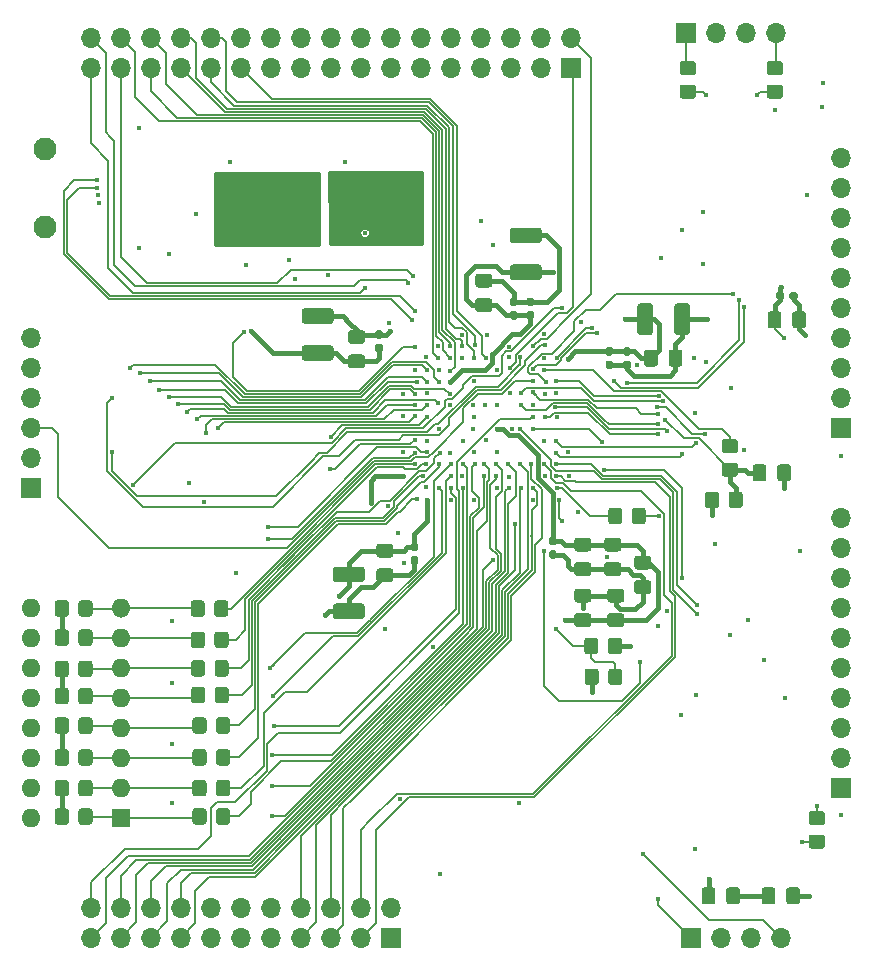
<source format=gbl>
G04 #@! TF.GenerationSoftware,KiCad,Pcbnew,5.1.9-73d0e3b20d~88~ubuntu20.04.1*
G04 #@! TF.CreationDate,2021-04-15T17:59:40-05:00*
G04 #@! TF.ProjectId,obi1,6f626931-2e6b-4696-9361-645f70636258,rev?*
G04 #@! TF.SameCoordinates,Original*
G04 #@! TF.FileFunction,Copper,L4,Bot*
G04 #@! TF.FilePolarity,Positive*
%FSLAX46Y46*%
G04 Gerber Fmt 4.6, Leading zero omitted, Abs format (unit mm)*
G04 Created by KiCad (PCBNEW 5.1.9-73d0e3b20d~88~ubuntu20.04.1) date 2021-04-15 17:59:40*
%MOMM*%
%LPD*%
G01*
G04 APERTURE LIST*
G04 #@! TA.AperFunction,ComponentPad*
%ADD10C,1.950000*%
G04 #@! TD*
G04 #@! TA.AperFunction,ComponentPad*
%ADD11O,1.700000X1.700000*%
G04 #@! TD*
G04 #@! TA.AperFunction,ComponentPad*
%ADD12R,1.700000X1.700000*%
G04 #@! TD*
G04 #@! TA.AperFunction,ComponentPad*
%ADD13R,1.600000X1.600000*%
G04 #@! TD*
G04 #@! TA.AperFunction,ComponentPad*
%ADD14O,1.600000X1.600000*%
G04 #@! TD*
G04 #@! TA.AperFunction,ViaPad*
%ADD15C,0.400000*%
G04 #@! TD*
G04 #@! TA.AperFunction,Conductor*
%ADD16C,0.381000*%
G04 #@! TD*
G04 #@! TA.AperFunction,Conductor*
%ADD17C,0.132121*%
G04 #@! TD*
G04 #@! TA.AperFunction,Conductor*
%ADD18C,0.152400*%
G04 #@! TD*
G04 #@! TA.AperFunction,Conductor*
%ADD19C,0.400000*%
G04 #@! TD*
G04 #@! TA.AperFunction,Conductor*
%ADD20C,0.150000*%
G04 #@! TD*
G04 #@! TA.AperFunction,Conductor*
%ADD21C,0.254000*%
G04 #@! TD*
G04 #@! TA.AperFunction,Conductor*
%ADD22C,0.100000*%
G04 #@! TD*
G04 APERTURE END LIST*
D10*
X123115000Y-79500000D03*
X123115000Y-72900000D03*
G04 #@! TA.AperFunction,SMDPad,CuDef*
G36*
G01*
X149944002Y-112715000D02*
X147743998Y-112715000D01*
G75*
G02*
X147494000Y-112465002I0J249998D01*
G01*
X147494000Y-111639998D01*
G75*
G02*
X147743998Y-111390000I249998J0D01*
G01*
X149944002Y-111390000D01*
G75*
G02*
X150194000Y-111639998I0J-249998D01*
G01*
X150194000Y-112465002D01*
G75*
G02*
X149944002Y-112715000I-249998J0D01*
G01*
G37*
G04 #@! TD.AperFunction*
G04 #@! TA.AperFunction,SMDPad,CuDef*
G36*
G01*
X149944002Y-109590000D02*
X147743998Y-109590000D01*
G75*
G02*
X147494000Y-109340002I0J249998D01*
G01*
X147494000Y-108514998D01*
G75*
G02*
X147743998Y-108265000I249998J0D01*
G01*
X149944002Y-108265000D01*
G75*
G02*
X150194000Y-108514998I0J-249998D01*
G01*
X150194000Y-109340002D01*
G75*
G02*
X149944002Y-109590000I-249998J0D01*
G01*
G37*
G04 #@! TD.AperFunction*
G04 #@! TA.AperFunction,SMDPad,CuDef*
G36*
G01*
X136800000Y-126569999D02*
X136800000Y-127470001D01*
G75*
G02*
X136550001Y-127720000I-249999J0D01*
G01*
X135849999Y-127720000D01*
G75*
G02*
X135600000Y-127470001I0J249999D01*
G01*
X135600000Y-126569999D01*
G75*
G02*
X135849999Y-126320000I249999J0D01*
G01*
X136550001Y-126320000D01*
G75*
G02*
X136800000Y-126569999I0J-249999D01*
G01*
G37*
G04 #@! TD.AperFunction*
G04 #@! TA.AperFunction,SMDPad,CuDef*
G36*
G01*
X138800000Y-126569999D02*
X138800000Y-127470001D01*
G75*
G02*
X138550001Y-127720000I-249999J0D01*
G01*
X137849999Y-127720000D01*
G75*
G02*
X137600000Y-127470001I0J249999D01*
G01*
X137600000Y-126569999D01*
G75*
G02*
X137849999Y-126320000I249999J0D01*
G01*
X138550001Y-126320000D01*
G75*
G02*
X138800000Y-126569999I0J-249999D01*
G01*
G37*
G04 #@! TD.AperFunction*
G04 #@! TA.AperFunction,SMDPad,CuDef*
G36*
G01*
X152375000Y-109582500D02*
X151425000Y-109582500D01*
G75*
G02*
X151175000Y-109332500I0J250000D01*
G01*
X151175000Y-108657500D01*
G75*
G02*
X151425000Y-108407500I250000J0D01*
G01*
X152375000Y-108407500D01*
G75*
G02*
X152625000Y-108657500I0J-250000D01*
G01*
X152625000Y-109332500D01*
G75*
G02*
X152375000Y-109582500I-250000J0D01*
G01*
G37*
G04 #@! TD.AperFunction*
G04 #@! TA.AperFunction,SMDPad,CuDef*
G36*
G01*
X152375000Y-107507500D02*
X151425000Y-107507500D01*
G75*
G02*
X151175000Y-107257500I0J250000D01*
G01*
X151175000Y-106582500D01*
G75*
G02*
X151425000Y-106332500I250000J0D01*
G01*
X152375000Y-106332500D01*
G75*
G02*
X152625000Y-106582500I0J-250000D01*
G01*
X152625000Y-107257500D01*
G75*
G02*
X152375000Y-107507500I-250000J0D01*
G01*
G37*
G04 #@! TD.AperFunction*
G04 #@! TA.AperFunction,SMDPad,CuDef*
G36*
G01*
X181552001Y-98660000D02*
X180651999Y-98660000D01*
G75*
G02*
X180402000Y-98410001I0J249999D01*
G01*
X180402000Y-97709999D01*
G75*
G02*
X180651999Y-97460000I249999J0D01*
G01*
X181552001Y-97460000D01*
G75*
G02*
X181802000Y-97709999I0J-249999D01*
G01*
X181802000Y-98410001D01*
G75*
G02*
X181552001Y-98660000I-249999J0D01*
G01*
G37*
G04 #@! TD.AperFunction*
G04 #@! TA.AperFunction,SMDPad,CuDef*
G36*
G01*
X181552001Y-100660000D02*
X180651999Y-100660000D01*
G75*
G02*
X180402000Y-100410001I0J249999D01*
G01*
X180402000Y-99709999D01*
G75*
G02*
X180651999Y-99460000I249999J0D01*
G01*
X181552001Y-99460000D01*
G75*
G02*
X181802000Y-99709999I0J-249999D01*
G01*
X181802000Y-100410001D01*
G75*
G02*
X181552001Y-100660000I-249999J0D01*
G01*
G37*
G04 #@! TD.AperFunction*
G04 #@! TA.AperFunction,SMDPad,CuDef*
G36*
G01*
X185108000Y-100805000D02*
X185108000Y-99855000D01*
G75*
G02*
X185358000Y-99605000I250000J0D01*
G01*
X186033000Y-99605000D01*
G75*
G02*
X186283000Y-99855000I0J-250000D01*
G01*
X186283000Y-100805000D01*
G75*
G02*
X186033000Y-101055000I-250000J0D01*
G01*
X185358000Y-101055000D01*
G75*
G02*
X185108000Y-100805000I0J250000D01*
G01*
G37*
G04 #@! TD.AperFunction*
G04 #@! TA.AperFunction,SMDPad,CuDef*
G36*
G01*
X183033000Y-100805000D02*
X183033000Y-99855000D01*
G75*
G02*
X183283000Y-99605000I250000J0D01*
G01*
X183958000Y-99605000D01*
G75*
G02*
X184208000Y-99855000I0J-250000D01*
G01*
X184208000Y-100805000D01*
G75*
G02*
X183958000Y-101055000I-250000J0D01*
G01*
X183283000Y-101055000D01*
G75*
G02*
X183033000Y-100805000I0J250000D01*
G01*
G37*
G04 #@! TD.AperFunction*
D11*
X127000000Y-137160000D03*
X127000000Y-139700000D03*
X129540000Y-137160000D03*
X129540000Y-139700000D03*
X132080000Y-137160000D03*
X132080000Y-139700000D03*
X134620000Y-137160000D03*
X134620000Y-139700000D03*
X137160000Y-137160000D03*
X137160000Y-139700000D03*
X139700000Y-137160000D03*
X139700000Y-139700000D03*
X142240000Y-137160000D03*
X142240000Y-139700000D03*
X144780000Y-137160000D03*
X144780000Y-139700000D03*
X147320000Y-137160000D03*
X147320000Y-139700000D03*
X149860000Y-137160000D03*
X149860000Y-139700000D03*
X152400000Y-137160000D03*
D12*
X152400000Y-139700000D03*
X121920000Y-101600000D03*
D11*
X121920000Y-99060000D03*
X121920000Y-96520000D03*
X121920000Y-93980000D03*
X121920000Y-91440000D03*
X121920000Y-88900000D03*
D12*
X177800000Y-139700000D03*
D11*
X180340000Y-139700000D03*
X182880000Y-139700000D03*
X185420000Y-139700000D03*
X185039000Y-63119000D03*
X182499000Y-63119000D03*
X179959000Y-63119000D03*
D12*
X177419000Y-63119000D03*
D11*
X190500000Y-73660000D03*
X190500000Y-76200000D03*
X190500000Y-78740000D03*
X190500000Y-81280000D03*
X190500000Y-83820000D03*
X190500000Y-86360000D03*
X190500000Y-88900000D03*
X190500000Y-91440000D03*
X190500000Y-93980000D03*
D12*
X190500000Y-96520000D03*
X190500000Y-127000000D03*
D11*
X190500000Y-124460000D03*
X190500000Y-121920000D03*
X190500000Y-119380000D03*
X190500000Y-116840000D03*
X190500000Y-114300000D03*
X190500000Y-111760000D03*
X190500000Y-109220000D03*
X190500000Y-106680000D03*
X190500000Y-104140000D03*
X127000000Y-63500000D03*
X127000000Y-66040000D03*
X129540000Y-63500000D03*
X129540000Y-66040000D03*
X132080000Y-63500000D03*
X132080000Y-66040000D03*
X134620000Y-63500000D03*
X134620000Y-66040000D03*
X137160000Y-63500000D03*
X137160000Y-66040000D03*
X139700000Y-63500000D03*
X139700000Y-66040000D03*
X142240000Y-63500000D03*
X142240000Y-66040000D03*
X144780000Y-63500000D03*
X144780000Y-66040000D03*
X147320000Y-63500000D03*
X147320000Y-66040000D03*
X149860000Y-63500000D03*
X149860000Y-66040000D03*
X152400000Y-63500000D03*
X152400000Y-66040000D03*
X154940000Y-63500000D03*
X154940000Y-66040000D03*
X157480000Y-63500000D03*
X157480000Y-66040000D03*
X160020000Y-63500000D03*
X160020000Y-66040000D03*
X162560000Y-63500000D03*
X162560000Y-66040000D03*
X165100000Y-63500000D03*
X165100000Y-66040000D03*
X167640000Y-63500000D03*
D12*
X167640000Y-66040000D03*
D13*
X129540000Y-129540000D03*
D14*
X121920000Y-111760000D03*
X129540000Y-127000000D03*
X121920000Y-114300000D03*
X129540000Y-124460000D03*
X121920000Y-116840000D03*
X129540000Y-121920000D03*
X121920000Y-119380000D03*
X129540000Y-119380000D03*
X121920000Y-121920000D03*
X129540000Y-116840000D03*
X121920000Y-124460000D03*
X129540000Y-114300000D03*
X121920000Y-127000000D03*
X129540000Y-111760000D03*
X121920000Y-129540000D03*
G04 #@! TA.AperFunction,SMDPad,CuDef*
G36*
G01*
X147300002Y-87720000D02*
X145099998Y-87720000D01*
G75*
G02*
X144850000Y-87470002I0J249998D01*
G01*
X144850000Y-86644998D01*
G75*
G02*
X145099998Y-86395000I249998J0D01*
G01*
X147300002Y-86395000D01*
G75*
G02*
X147550000Y-86644998I0J-249998D01*
G01*
X147550000Y-87470002D01*
G75*
G02*
X147300002Y-87720000I-249998J0D01*
G01*
G37*
G04 #@! TD.AperFunction*
G04 #@! TA.AperFunction,SMDPad,CuDef*
G36*
G01*
X147300002Y-90845000D02*
X145099998Y-90845000D01*
G75*
G02*
X144850000Y-90595002I0J249998D01*
G01*
X144850000Y-89769998D01*
G75*
G02*
X145099998Y-89520000I249998J0D01*
G01*
X147300002Y-89520000D01*
G75*
G02*
X147550000Y-89769998I0J-249998D01*
G01*
X147550000Y-90595002D01*
G75*
G02*
X147300002Y-90845000I-249998J0D01*
G01*
G37*
G04 #@! TD.AperFunction*
G04 #@! TA.AperFunction,SMDPad,CuDef*
G36*
G01*
X149975000Y-91482500D02*
X149025000Y-91482500D01*
G75*
G02*
X148775000Y-91232500I0J250000D01*
G01*
X148775000Y-90557500D01*
G75*
G02*
X149025000Y-90307500I250000J0D01*
G01*
X149975000Y-90307500D01*
G75*
G02*
X150225000Y-90557500I0J-250000D01*
G01*
X150225000Y-91232500D01*
G75*
G02*
X149975000Y-91482500I-250000J0D01*
G01*
G37*
G04 #@! TD.AperFunction*
G04 #@! TA.AperFunction,SMDPad,CuDef*
G36*
G01*
X149975000Y-89407500D02*
X149025000Y-89407500D01*
G75*
G02*
X148775000Y-89157500I0J250000D01*
G01*
X148775000Y-88482500D01*
G75*
G02*
X149025000Y-88232500I250000J0D01*
G01*
X149975000Y-88232500D01*
G75*
G02*
X150225000Y-88482500I0J-250000D01*
G01*
X150225000Y-89157500D01*
G75*
G02*
X149975000Y-89407500I-250000J0D01*
G01*
G37*
G04 #@! TD.AperFunction*
G04 #@! TA.AperFunction,SMDPad,CuDef*
G36*
G01*
X151555000Y-90122500D02*
X151245000Y-90122500D01*
G75*
G02*
X151090000Y-89967500I0J155000D01*
G01*
X151090000Y-89542500D01*
G75*
G02*
X151245000Y-89387500I155000J0D01*
G01*
X151555000Y-89387500D01*
G75*
G02*
X151710000Y-89542500I0J-155000D01*
G01*
X151710000Y-89967500D01*
G75*
G02*
X151555000Y-90122500I-155000J0D01*
G01*
G37*
G04 #@! TD.AperFunction*
G04 #@! TA.AperFunction,SMDPad,CuDef*
G36*
G01*
X151555000Y-88987500D02*
X151245000Y-88987500D01*
G75*
G02*
X151090000Y-88832500I0J155000D01*
G01*
X151090000Y-88407500D01*
G75*
G02*
X151245000Y-88252500I155000J0D01*
G01*
X151555000Y-88252500D01*
G75*
G02*
X151710000Y-88407500I0J-155000D01*
G01*
X151710000Y-88832500D01*
G75*
G02*
X151555000Y-88987500I-155000J0D01*
G01*
G37*
G04 #@! TD.AperFunction*
G04 #@! TA.AperFunction,SMDPad,CuDef*
G36*
G01*
X174600000Y-86219998D02*
X174600000Y-88420002D01*
G75*
G02*
X174350002Y-88670000I-249998J0D01*
G01*
X173524998Y-88670000D01*
G75*
G02*
X173275000Y-88420002I0J249998D01*
G01*
X173275000Y-86219998D01*
G75*
G02*
X173524998Y-85970000I249998J0D01*
G01*
X174350002Y-85970000D01*
G75*
G02*
X174600000Y-86219998I0J-249998D01*
G01*
G37*
G04 #@! TD.AperFunction*
G04 #@! TA.AperFunction,SMDPad,CuDef*
G36*
G01*
X177725000Y-86219998D02*
X177725000Y-88420002D01*
G75*
G02*
X177475002Y-88670000I-249998J0D01*
G01*
X176649998Y-88670000D01*
G75*
G02*
X176400000Y-88420002I0J249998D01*
G01*
X176400000Y-86219998D01*
G75*
G02*
X176649998Y-85970000I249998J0D01*
G01*
X177475002Y-85970000D01*
G75*
G02*
X177725000Y-86219998I0J-249998D01*
G01*
G37*
G04 #@! TD.AperFunction*
G04 #@! TA.AperFunction,SMDPad,CuDef*
G36*
G01*
X177087500Y-90145000D02*
X177087500Y-91095000D01*
G75*
G02*
X176837500Y-91345000I-250000J0D01*
G01*
X176162500Y-91345000D01*
G75*
G02*
X175912500Y-91095000I0J250000D01*
G01*
X175912500Y-90145000D01*
G75*
G02*
X176162500Y-89895000I250000J0D01*
G01*
X176837500Y-89895000D01*
G75*
G02*
X177087500Y-90145000I0J-250000D01*
G01*
G37*
G04 #@! TD.AperFunction*
G04 #@! TA.AperFunction,SMDPad,CuDef*
G36*
G01*
X175012500Y-90145000D02*
X175012500Y-91095000D01*
G75*
G02*
X174762500Y-91345000I-250000J0D01*
G01*
X174087500Y-91345000D01*
G75*
G02*
X173837500Y-91095000I0J250000D01*
G01*
X173837500Y-90145000D01*
G75*
G02*
X174087500Y-89895000I250000J0D01*
G01*
X174762500Y-89895000D01*
G75*
G02*
X175012500Y-90145000I0J-250000D01*
G01*
G37*
G04 #@! TD.AperFunction*
G04 #@! TA.AperFunction,SMDPad,CuDef*
G36*
G01*
X172555000Y-90420000D02*
X172245000Y-90420000D01*
G75*
G02*
X172090000Y-90265000I0J155000D01*
G01*
X172090000Y-89840000D01*
G75*
G02*
X172245000Y-89685000I155000J0D01*
G01*
X172555000Y-89685000D01*
G75*
G02*
X172710000Y-89840000I0J-155000D01*
G01*
X172710000Y-90265000D01*
G75*
G02*
X172555000Y-90420000I-155000J0D01*
G01*
G37*
G04 #@! TD.AperFunction*
G04 #@! TA.AperFunction,SMDPad,CuDef*
G36*
G01*
X172555000Y-91555000D02*
X172245000Y-91555000D01*
G75*
G02*
X172090000Y-91400000I0J155000D01*
G01*
X172090000Y-90975000D01*
G75*
G02*
X172245000Y-90820000I155000J0D01*
G01*
X172555000Y-90820000D01*
G75*
G02*
X172710000Y-90975000I0J-155000D01*
G01*
X172710000Y-91400000D01*
G75*
G02*
X172555000Y-91555000I-155000J0D01*
G01*
G37*
G04 #@! TD.AperFunction*
G04 #@! TA.AperFunction,SMDPad,CuDef*
G36*
G01*
X171055000Y-91555000D02*
X170745000Y-91555000D01*
G75*
G02*
X170590000Y-91400000I0J155000D01*
G01*
X170590000Y-90975000D01*
G75*
G02*
X170745000Y-90820000I155000J0D01*
G01*
X171055000Y-90820000D01*
G75*
G02*
X171210000Y-90975000I0J-155000D01*
G01*
X171210000Y-91400000D01*
G75*
G02*
X171055000Y-91555000I-155000J0D01*
G01*
G37*
G04 #@! TD.AperFunction*
G04 #@! TA.AperFunction,SMDPad,CuDef*
G36*
G01*
X171055000Y-90420000D02*
X170745000Y-90420000D01*
G75*
G02*
X170590000Y-90265000I0J155000D01*
G01*
X170590000Y-89840000D01*
G75*
G02*
X170745000Y-89685000I155000J0D01*
G01*
X171055000Y-89685000D01*
G75*
G02*
X171210000Y-89840000I0J-155000D01*
G01*
X171210000Y-90265000D01*
G75*
G02*
X171055000Y-90420000I-155000J0D01*
G01*
G37*
G04 #@! TD.AperFunction*
G04 #@! TA.AperFunction,SMDPad,CuDef*
G36*
G01*
X154555000Y-108122500D02*
X154245000Y-108122500D01*
G75*
G02*
X154090000Y-107967500I0J155000D01*
G01*
X154090000Y-107542500D01*
G75*
G02*
X154245000Y-107387500I155000J0D01*
G01*
X154555000Y-107387500D01*
G75*
G02*
X154710000Y-107542500I0J-155000D01*
G01*
X154710000Y-107967500D01*
G75*
G02*
X154555000Y-108122500I-155000J0D01*
G01*
G37*
G04 #@! TD.AperFunction*
G04 #@! TA.AperFunction,SMDPad,CuDef*
G36*
G01*
X154555000Y-106987500D02*
X154245000Y-106987500D01*
G75*
G02*
X154090000Y-106832500I0J155000D01*
G01*
X154090000Y-106407500D01*
G75*
G02*
X154245000Y-106252500I155000J0D01*
G01*
X154555000Y-106252500D01*
G75*
G02*
X154710000Y-106407500I0J-155000D01*
G01*
X154710000Y-106832500D01*
G75*
G02*
X154555000Y-106987500I-155000J0D01*
G01*
G37*
G04 #@! TD.AperFunction*
G04 #@! TA.AperFunction,SMDPad,CuDef*
G36*
G01*
X162729998Y-79563000D02*
X164930002Y-79563000D01*
G75*
G02*
X165180000Y-79812998I0J-249998D01*
G01*
X165180000Y-80638002D01*
G75*
G02*
X164930002Y-80888000I-249998J0D01*
G01*
X162729998Y-80888000D01*
G75*
G02*
X162480000Y-80638002I0J249998D01*
G01*
X162480000Y-79812998D01*
G75*
G02*
X162729998Y-79563000I249998J0D01*
G01*
G37*
G04 #@! TD.AperFunction*
G04 #@! TA.AperFunction,SMDPad,CuDef*
G36*
G01*
X162729998Y-82688000D02*
X164930002Y-82688000D01*
G75*
G02*
X165180000Y-82937998I0J-249998D01*
G01*
X165180000Y-83763002D01*
G75*
G02*
X164930002Y-84013000I-249998J0D01*
G01*
X162729998Y-84013000D01*
G75*
G02*
X162480000Y-83763002I0J249998D01*
G01*
X162480000Y-82937998D01*
G75*
G02*
X162729998Y-82688000I249998J0D01*
G01*
G37*
G04 #@! TD.AperFunction*
G04 #@! TA.AperFunction,SMDPad,CuDef*
G36*
G01*
X159799000Y-83465000D02*
X160749000Y-83465000D01*
G75*
G02*
X160999000Y-83715000I0J-250000D01*
G01*
X160999000Y-84390000D01*
G75*
G02*
X160749000Y-84640000I-250000J0D01*
G01*
X159799000Y-84640000D01*
G75*
G02*
X159549000Y-84390000I0J250000D01*
G01*
X159549000Y-83715000D01*
G75*
G02*
X159799000Y-83465000I250000J0D01*
G01*
G37*
G04 #@! TD.AperFunction*
G04 #@! TA.AperFunction,SMDPad,CuDef*
G36*
G01*
X159799000Y-85540000D02*
X160749000Y-85540000D01*
G75*
G02*
X160999000Y-85790000I0J-250000D01*
G01*
X160999000Y-86465000D01*
G75*
G02*
X160749000Y-86715000I-250000J0D01*
G01*
X159799000Y-86715000D01*
G75*
G02*
X159549000Y-86465000I0J250000D01*
G01*
X159549000Y-85790000D01*
G75*
G02*
X159799000Y-85540000I250000J0D01*
G01*
G37*
G04 #@! TD.AperFunction*
G04 #@! TA.AperFunction,SMDPad,CuDef*
G36*
G01*
X162645000Y-86620000D02*
X162955000Y-86620000D01*
G75*
G02*
X163110000Y-86775000I0J-155000D01*
G01*
X163110000Y-87200000D01*
G75*
G02*
X162955000Y-87355000I-155000J0D01*
G01*
X162645000Y-87355000D01*
G75*
G02*
X162490000Y-87200000I0J155000D01*
G01*
X162490000Y-86775000D01*
G75*
G02*
X162645000Y-86620000I155000J0D01*
G01*
G37*
G04 #@! TD.AperFunction*
G04 #@! TA.AperFunction,SMDPad,CuDef*
G36*
G01*
X162645000Y-85485000D02*
X162955000Y-85485000D01*
G75*
G02*
X163110000Y-85640000I0J-155000D01*
G01*
X163110000Y-86065000D01*
G75*
G02*
X162955000Y-86220000I-155000J0D01*
G01*
X162645000Y-86220000D01*
G75*
G02*
X162490000Y-86065000I0J155000D01*
G01*
X162490000Y-85640000D01*
G75*
G02*
X162645000Y-85485000I155000J0D01*
G01*
G37*
G04 #@! TD.AperFunction*
G04 #@! TA.AperFunction,SMDPad,CuDef*
G36*
G01*
X164045000Y-85485000D02*
X164355000Y-85485000D01*
G75*
G02*
X164510000Y-85640000I0J-155000D01*
G01*
X164510000Y-86065000D01*
G75*
G02*
X164355000Y-86220000I-155000J0D01*
G01*
X164045000Y-86220000D01*
G75*
G02*
X163890000Y-86065000I0J155000D01*
G01*
X163890000Y-85640000D01*
G75*
G02*
X164045000Y-85485000I155000J0D01*
G01*
G37*
G04 #@! TD.AperFunction*
G04 #@! TA.AperFunction,SMDPad,CuDef*
G36*
G01*
X164045000Y-86620000D02*
X164355000Y-86620000D01*
G75*
G02*
X164510000Y-86775000I0J-155000D01*
G01*
X164510000Y-87200000D01*
G75*
G02*
X164355000Y-87355000I-155000J0D01*
G01*
X164045000Y-87355000D01*
G75*
G02*
X163890000Y-87200000I0J155000D01*
G01*
X163890000Y-86775000D01*
G75*
G02*
X164045000Y-86620000I155000J0D01*
G01*
G37*
G04 #@! TD.AperFunction*
G04 #@! TA.AperFunction,SMDPad,CuDef*
G36*
G01*
X166271000Y-106480000D02*
X165961000Y-106480000D01*
G75*
G02*
X165806000Y-106325000I0J155000D01*
G01*
X165806000Y-105900000D01*
G75*
G02*
X165961000Y-105745000I155000J0D01*
G01*
X166271000Y-105745000D01*
G75*
G02*
X166426000Y-105900000I0J-155000D01*
G01*
X166426000Y-106325000D01*
G75*
G02*
X166271000Y-106480000I-155000J0D01*
G01*
G37*
G04 #@! TD.AperFunction*
G04 #@! TA.AperFunction,SMDPad,CuDef*
G36*
G01*
X166271000Y-107615000D02*
X165961000Y-107615000D01*
G75*
G02*
X165806000Y-107460000I0J155000D01*
G01*
X165806000Y-107035000D01*
G75*
G02*
X165961000Y-106880000I155000J0D01*
G01*
X166271000Y-106880000D01*
G75*
G02*
X166426000Y-107035000I0J-155000D01*
G01*
X166426000Y-107460000D01*
G75*
G02*
X166271000Y-107615000I-155000J0D01*
G01*
G37*
G04 #@! TD.AperFunction*
G04 #@! TA.AperFunction,SMDPad,CuDef*
G36*
G01*
X169131000Y-106992000D02*
X168181000Y-106992000D01*
G75*
G02*
X167931000Y-106742000I0J250000D01*
G01*
X167931000Y-106067000D01*
G75*
G02*
X168181000Y-105817000I250000J0D01*
G01*
X169131000Y-105817000D01*
G75*
G02*
X169381000Y-106067000I0J-250000D01*
G01*
X169381000Y-106742000D01*
G75*
G02*
X169131000Y-106992000I-250000J0D01*
G01*
G37*
G04 #@! TD.AperFunction*
G04 #@! TA.AperFunction,SMDPad,CuDef*
G36*
G01*
X169131000Y-109067000D02*
X168181000Y-109067000D01*
G75*
G02*
X167931000Y-108817000I0J250000D01*
G01*
X167931000Y-108142000D01*
G75*
G02*
X168181000Y-107892000I250000J0D01*
G01*
X169131000Y-107892000D01*
G75*
G02*
X169381000Y-108142000I0J-250000D01*
G01*
X169381000Y-108817000D01*
G75*
G02*
X169131000Y-109067000I-250000J0D01*
G01*
G37*
G04 #@! TD.AperFunction*
G04 #@! TA.AperFunction,SMDPad,CuDef*
G36*
G01*
X171671000Y-109067000D02*
X170721000Y-109067000D01*
G75*
G02*
X170471000Y-108817000I0J250000D01*
G01*
X170471000Y-108142000D01*
G75*
G02*
X170721000Y-107892000I250000J0D01*
G01*
X171671000Y-107892000D01*
G75*
G02*
X171921000Y-108142000I0J-250000D01*
G01*
X171921000Y-108817000D01*
G75*
G02*
X171671000Y-109067000I-250000J0D01*
G01*
G37*
G04 #@! TD.AperFunction*
G04 #@! TA.AperFunction,SMDPad,CuDef*
G36*
G01*
X171671000Y-106992000D02*
X170721000Y-106992000D01*
G75*
G02*
X170471000Y-106742000I0J250000D01*
G01*
X170471000Y-106067000D01*
G75*
G02*
X170721000Y-105817000I250000J0D01*
G01*
X171671000Y-105817000D01*
G75*
G02*
X171921000Y-106067000I0J-250000D01*
G01*
X171921000Y-106742000D01*
G75*
G02*
X171671000Y-106992000I-250000J0D01*
G01*
G37*
G04 #@! TD.AperFunction*
G04 #@! TA.AperFunction,SMDPad,CuDef*
G36*
G01*
X174211000Y-108516000D02*
X173261000Y-108516000D01*
G75*
G02*
X173011000Y-108266000I0J250000D01*
G01*
X173011000Y-107591000D01*
G75*
G02*
X173261000Y-107341000I250000J0D01*
G01*
X174211000Y-107341000D01*
G75*
G02*
X174461000Y-107591000I0J-250000D01*
G01*
X174461000Y-108266000D01*
G75*
G02*
X174211000Y-108516000I-250000J0D01*
G01*
G37*
G04 #@! TD.AperFunction*
G04 #@! TA.AperFunction,SMDPad,CuDef*
G36*
G01*
X174211000Y-110591000D02*
X173261000Y-110591000D01*
G75*
G02*
X173011000Y-110341000I0J250000D01*
G01*
X173011000Y-109666000D01*
G75*
G02*
X173261000Y-109416000I250000J0D01*
G01*
X174211000Y-109416000D01*
G75*
G02*
X174461000Y-109666000I0J-250000D01*
G01*
X174461000Y-110341000D01*
G75*
G02*
X174211000Y-110591000I-250000J0D01*
G01*
G37*
G04 #@! TD.AperFunction*
G04 #@! TA.AperFunction,SMDPad,CuDef*
G36*
G01*
X170975000Y-110135000D02*
X171925000Y-110135000D01*
G75*
G02*
X172175000Y-110385000I0J-250000D01*
G01*
X172175000Y-111060000D01*
G75*
G02*
X171925000Y-111310000I-250000J0D01*
G01*
X170975000Y-111310000D01*
G75*
G02*
X170725000Y-111060000I0J250000D01*
G01*
X170725000Y-110385000D01*
G75*
G02*
X170975000Y-110135000I250000J0D01*
G01*
G37*
G04 #@! TD.AperFunction*
G04 #@! TA.AperFunction,SMDPad,CuDef*
G36*
G01*
X170975000Y-112210000D02*
X171925000Y-112210000D01*
G75*
G02*
X172175000Y-112460000I0J-250000D01*
G01*
X172175000Y-113135000D01*
G75*
G02*
X171925000Y-113385000I-250000J0D01*
G01*
X170975000Y-113385000D01*
G75*
G02*
X170725000Y-113135000I0J250000D01*
G01*
X170725000Y-112460000D01*
G75*
G02*
X170975000Y-112210000I250000J0D01*
G01*
G37*
G04 #@! TD.AperFunction*
G04 #@! TA.AperFunction,SMDPad,CuDef*
G36*
G01*
X168181000Y-112210000D02*
X169131000Y-112210000D01*
G75*
G02*
X169381000Y-112460000I0J-250000D01*
G01*
X169381000Y-113135000D01*
G75*
G02*
X169131000Y-113385000I-250000J0D01*
G01*
X168181000Y-113385000D01*
G75*
G02*
X167931000Y-113135000I0J250000D01*
G01*
X167931000Y-112460000D01*
G75*
G02*
X168181000Y-112210000I250000J0D01*
G01*
G37*
G04 #@! TD.AperFunction*
G04 #@! TA.AperFunction,SMDPad,CuDef*
G36*
G01*
X168181000Y-110135000D02*
X169131000Y-110135000D01*
G75*
G02*
X169381000Y-110385000I0J-250000D01*
G01*
X169381000Y-111060000D01*
G75*
G02*
X169131000Y-111310000I-250000J0D01*
G01*
X168181000Y-111310000D01*
G75*
G02*
X167931000Y-111060000I0J250000D01*
G01*
X167931000Y-110385000D01*
G75*
G02*
X168181000Y-110135000I250000J0D01*
G01*
G37*
G04 #@! TD.AperFunction*
G04 #@! TA.AperFunction,SMDPad,CuDef*
G36*
G01*
X181965000Y-135669000D02*
X181965000Y-136619000D01*
G75*
G02*
X181715000Y-136869000I-250000J0D01*
G01*
X181040000Y-136869000D01*
G75*
G02*
X180790000Y-136619000I0J250000D01*
G01*
X180790000Y-135669000D01*
G75*
G02*
X181040000Y-135419000I250000J0D01*
G01*
X181715000Y-135419000D01*
G75*
G02*
X181965000Y-135669000I0J-250000D01*
G01*
G37*
G04 #@! TD.AperFunction*
G04 #@! TA.AperFunction,SMDPad,CuDef*
G36*
G01*
X179890000Y-135669000D02*
X179890000Y-136619000D01*
G75*
G02*
X179640000Y-136869000I-250000J0D01*
G01*
X178965000Y-136869000D01*
G75*
G02*
X178715000Y-136619000I0J250000D01*
G01*
X178715000Y-135669000D01*
G75*
G02*
X178965000Y-135419000I250000J0D01*
G01*
X179640000Y-135419000D01*
G75*
G02*
X179890000Y-135669000I0J-250000D01*
G01*
G37*
G04 #@! TD.AperFunction*
G04 #@! TA.AperFunction,SMDPad,CuDef*
G36*
G01*
X185870000Y-136619000D02*
X185870000Y-135669000D01*
G75*
G02*
X186120000Y-135419000I250000J0D01*
G01*
X186795000Y-135419000D01*
G75*
G02*
X187045000Y-135669000I0J-250000D01*
G01*
X187045000Y-136619000D01*
G75*
G02*
X186795000Y-136869000I-250000J0D01*
G01*
X186120000Y-136869000D01*
G75*
G02*
X185870000Y-136619000I0J250000D01*
G01*
G37*
G04 #@! TD.AperFunction*
G04 #@! TA.AperFunction,SMDPad,CuDef*
G36*
G01*
X183795000Y-136619000D02*
X183795000Y-135669000D01*
G75*
G02*
X184045000Y-135419000I250000J0D01*
G01*
X184720000Y-135419000D01*
G75*
G02*
X184970000Y-135669000I0J-250000D01*
G01*
X184970000Y-136619000D01*
G75*
G02*
X184720000Y-136869000I-250000J0D01*
G01*
X184045000Y-136869000D01*
G75*
G02*
X183795000Y-136619000I0J250000D01*
G01*
G37*
G04 #@! TD.AperFunction*
G04 #@! TA.AperFunction,SMDPad,CuDef*
G36*
G01*
X186378000Y-87851000D02*
X186378000Y-86901000D01*
G75*
G02*
X186628000Y-86651000I250000J0D01*
G01*
X187303000Y-86651000D01*
G75*
G02*
X187553000Y-86901000I0J-250000D01*
G01*
X187553000Y-87851000D01*
G75*
G02*
X187303000Y-88101000I-250000J0D01*
G01*
X186628000Y-88101000D01*
G75*
G02*
X186378000Y-87851000I0J250000D01*
G01*
G37*
G04 #@! TD.AperFunction*
G04 #@! TA.AperFunction,SMDPad,CuDef*
G36*
G01*
X184303000Y-87851000D02*
X184303000Y-86901000D01*
G75*
G02*
X184553000Y-86651000I250000J0D01*
G01*
X185228000Y-86651000D01*
G75*
G02*
X185478000Y-86901000I0J-250000D01*
G01*
X185478000Y-87851000D01*
G75*
G02*
X185228000Y-88101000I-250000J0D01*
G01*
X184553000Y-88101000D01*
G75*
G02*
X184303000Y-87851000I0J250000D01*
G01*
G37*
G04 #@! TD.AperFunction*
G04 #@! TA.AperFunction,SMDPad,CuDef*
G36*
G01*
X184993000Y-85499000D02*
X184993000Y-85189000D01*
G75*
G02*
X185148000Y-85034000I155000J0D01*
G01*
X185573000Y-85034000D01*
G75*
G02*
X185728000Y-85189000I0J-155000D01*
G01*
X185728000Y-85499000D01*
G75*
G02*
X185573000Y-85654000I-155000J0D01*
G01*
X185148000Y-85654000D01*
G75*
G02*
X184993000Y-85499000I0J155000D01*
G01*
G37*
G04 #@! TD.AperFunction*
G04 #@! TA.AperFunction,SMDPad,CuDef*
G36*
G01*
X186128000Y-85499000D02*
X186128000Y-85189000D01*
G75*
G02*
X186283000Y-85034000I155000J0D01*
G01*
X186708000Y-85034000D01*
G75*
G02*
X186863000Y-85189000I0J-155000D01*
G01*
X186863000Y-85499000D01*
G75*
G02*
X186708000Y-85654000I-155000J0D01*
G01*
X186283000Y-85654000D01*
G75*
G02*
X186128000Y-85499000I0J155000D01*
G01*
G37*
G04 #@! TD.AperFunction*
G04 #@! TA.AperFunction,SMDPad,CuDef*
G36*
G01*
X168779500Y-115442001D02*
X168779500Y-114541999D01*
G75*
G02*
X169029499Y-114292000I249999J0D01*
G01*
X169729501Y-114292000D01*
G75*
G02*
X169979500Y-114541999I0J-249999D01*
G01*
X169979500Y-115442001D01*
G75*
G02*
X169729501Y-115692000I-249999J0D01*
G01*
X169029499Y-115692000D01*
G75*
G02*
X168779500Y-115442001I0J249999D01*
G01*
G37*
G04 #@! TD.AperFunction*
G04 #@! TA.AperFunction,SMDPad,CuDef*
G36*
G01*
X170779500Y-115442001D02*
X170779500Y-114541999D01*
G75*
G02*
X171029499Y-114292000I249999J0D01*
G01*
X171729501Y-114292000D01*
G75*
G02*
X171979500Y-114541999I0J-249999D01*
G01*
X171979500Y-115442001D01*
G75*
G02*
X171729501Y-115692000I-249999J0D01*
G01*
X171029499Y-115692000D01*
G75*
G02*
X170779500Y-115442001I0J249999D01*
G01*
G37*
G04 #@! TD.AperFunction*
G04 #@! TA.AperFunction,SMDPad,CuDef*
G36*
G01*
X168802000Y-118052001D02*
X168802000Y-117151999D01*
G75*
G02*
X169051999Y-116902000I249999J0D01*
G01*
X169752001Y-116902000D01*
G75*
G02*
X170002000Y-117151999I0J-249999D01*
G01*
X170002000Y-118052001D01*
G75*
G02*
X169752001Y-118302000I-249999J0D01*
G01*
X169051999Y-118302000D01*
G75*
G02*
X168802000Y-118052001I0J249999D01*
G01*
G37*
G04 #@! TD.AperFunction*
G04 #@! TA.AperFunction,SMDPad,CuDef*
G36*
G01*
X170802000Y-118052001D02*
X170802000Y-117151999D01*
G75*
G02*
X171051999Y-116902000I249999J0D01*
G01*
X171752001Y-116902000D01*
G75*
G02*
X172002000Y-117151999I0J-249999D01*
G01*
X172002000Y-118052001D01*
G75*
G02*
X171752001Y-118302000I-249999J0D01*
G01*
X171051999Y-118302000D01*
G75*
G02*
X170802000Y-118052001I0J249999D01*
G01*
G37*
G04 #@! TD.AperFunction*
G04 #@! TA.AperFunction,SMDPad,CuDef*
G36*
G01*
X172000000Y-103529999D02*
X172000000Y-104430001D01*
G75*
G02*
X171750001Y-104680000I-249999J0D01*
G01*
X171049999Y-104680000D01*
G75*
G02*
X170800000Y-104430001I0J249999D01*
G01*
X170800000Y-103529999D01*
G75*
G02*
X171049999Y-103280000I249999J0D01*
G01*
X171750001Y-103280000D01*
G75*
G02*
X172000000Y-103529999I0J-249999D01*
G01*
G37*
G04 #@! TD.AperFunction*
G04 #@! TA.AperFunction,SMDPad,CuDef*
G36*
G01*
X174000000Y-103529999D02*
X174000000Y-104430001D01*
G75*
G02*
X173750001Y-104680000I-249999J0D01*
G01*
X173049999Y-104680000D01*
G75*
G02*
X172800000Y-104430001I0J249999D01*
G01*
X172800000Y-103529999D01*
G75*
G02*
X173049999Y-103280000I249999J0D01*
G01*
X173750001Y-103280000D01*
G75*
G02*
X174000000Y-103529999I0J-249999D01*
G01*
G37*
G04 #@! TD.AperFunction*
G04 #@! TA.AperFunction,SMDPad,CuDef*
G36*
G01*
X188918001Y-132156000D02*
X188017999Y-132156000D01*
G75*
G02*
X187768000Y-131906001I0J249999D01*
G01*
X187768000Y-131205999D01*
G75*
G02*
X188017999Y-130956000I249999J0D01*
G01*
X188918001Y-130956000D01*
G75*
G02*
X189168000Y-131205999I0J-249999D01*
G01*
X189168000Y-131906001D01*
G75*
G02*
X188918001Y-132156000I-249999J0D01*
G01*
G37*
G04 #@! TD.AperFunction*
G04 #@! TA.AperFunction,SMDPad,CuDef*
G36*
G01*
X188918001Y-130156000D02*
X188017999Y-130156000D01*
G75*
G02*
X187768000Y-129906001I0J249999D01*
G01*
X187768000Y-129205999D01*
G75*
G02*
X188017999Y-128956000I249999J0D01*
G01*
X188918001Y-128956000D01*
G75*
G02*
X189168000Y-129205999I0J-249999D01*
G01*
X189168000Y-129906001D01*
G75*
G02*
X188918001Y-130156000I-249999J0D01*
G01*
G37*
G04 #@! TD.AperFunction*
G04 #@! TA.AperFunction,SMDPad,CuDef*
G36*
G01*
X177095999Y-67456000D02*
X177996001Y-67456000D01*
G75*
G02*
X178246000Y-67705999I0J-249999D01*
G01*
X178246000Y-68406001D01*
G75*
G02*
X177996001Y-68656000I-249999J0D01*
G01*
X177095999Y-68656000D01*
G75*
G02*
X176846000Y-68406001I0J249999D01*
G01*
X176846000Y-67705999D01*
G75*
G02*
X177095999Y-67456000I249999J0D01*
G01*
G37*
G04 #@! TD.AperFunction*
G04 #@! TA.AperFunction,SMDPad,CuDef*
G36*
G01*
X177095999Y-65456000D02*
X177996001Y-65456000D01*
G75*
G02*
X178246000Y-65705999I0J-249999D01*
G01*
X178246000Y-66406001D01*
G75*
G02*
X177996001Y-66656000I-249999J0D01*
G01*
X177095999Y-66656000D01*
G75*
G02*
X176846000Y-66406001I0J249999D01*
G01*
X176846000Y-65705999D01*
G75*
G02*
X177095999Y-65456000I249999J0D01*
G01*
G37*
G04 #@! TD.AperFunction*
G04 #@! TA.AperFunction,SMDPad,CuDef*
G36*
G01*
X184461999Y-67456000D02*
X185362001Y-67456000D01*
G75*
G02*
X185612000Y-67705999I0J-249999D01*
G01*
X185612000Y-68406001D01*
G75*
G02*
X185362001Y-68656000I-249999J0D01*
G01*
X184461999Y-68656000D01*
G75*
G02*
X184212000Y-68406001I0J249999D01*
G01*
X184212000Y-67705999D01*
G75*
G02*
X184461999Y-67456000I249999J0D01*
G01*
G37*
G04 #@! TD.AperFunction*
G04 #@! TA.AperFunction,SMDPad,CuDef*
G36*
G01*
X184461999Y-65456000D02*
X185362001Y-65456000D01*
G75*
G02*
X185612000Y-65705999I0J-249999D01*
G01*
X185612000Y-66406001D01*
G75*
G02*
X185362001Y-66656000I-249999J0D01*
G01*
X184461999Y-66656000D01*
G75*
G02*
X184212000Y-66406001I0J249999D01*
G01*
X184212000Y-65705999D01*
G75*
G02*
X184461999Y-65456000I249999J0D01*
G01*
G37*
G04 #@! TD.AperFunction*
G04 #@! TA.AperFunction,SMDPad,CuDef*
G36*
G01*
X178994000Y-103066001D02*
X178994000Y-102165999D01*
G75*
G02*
X179243999Y-101916000I249999J0D01*
G01*
X179944001Y-101916000D01*
G75*
G02*
X180194000Y-102165999I0J-249999D01*
G01*
X180194000Y-103066001D01*
G75*
G02*
X179944001Y-103316000I-249999J0D01*
G01*
X179243999Y-103316000D01*
G75*
G02*
X178994000Y-103066001I0J249999D01*
G01*
G37*
G04 #@! TD.AperFunction*
G04 #@! TA.AperFunction,SMDPad,CuDef*
G36*
G01*
X180994000Y-103066001D02*
X180994000Y-102165999D01*
G75*
G02*
X181243999Y-101916000I249999J0D01*
G01*
X181944001Y-101916000D01*
G75*
G02*
X182194000Y-102165999I0J-249999D01*
G01*
X182194000Y-103066001D01*
G75*
G02*
X181944001Y-103316000I-249999J0D01*
G01*
X181243999Y-103316000D01*
G75*
G02*
X180994000Y-103066001I0J249999D01*
G01*
G37*
G04 #@! TD.AperFunction*
G04 #@! TA.AperFunction,SMDPad,CuDef*
G36*
G01*
X125147580Y-128982599D02*
X125147580Y-129882601D01*
G75*
G02*
X124897581Y-130132600I-249999J0D01*
G01*
X124197579Y-130132600D01*
G75*
G02*
X123947580Y-129882601I0J249999D01*
G01*
X123947580Y-128982599D01*
G75*
G02*
X124197579Y-128732600I249999J0D01*
G01*
X124897581Y-128732600D01*
G75*
G02*
X125147580Y-128982599I0J-249999D01*
G01*
G37*
G04 #@! TD.AperFunction*
G04 #@! TA.AperFunction,SMDPad,CuDef*
G36*
G01*
X127147580Y-128982599D02*
X127147580Y-129882601D01*
G75*
G02*
X126897581Y-130132600I-249999J0D01*
G01*
X126197579Y-130132600D01*
G75*
G02*
X125947580Y-129882601I0J249999D01*
G01*
X125947580Y-128982599D01*
G75*
G02*
X126197579Y-128732600I249999J0D01*
G01*
X126897581Y-128732600D01*
G75*
G02*
X127147580Y-128982599I0J-249999D01*
G01*
G37*
G04 #@! TD.AperFunction*
G04 #@! TA.AperFunction,SMDPad,CuDef*
G36*
G01*
X127147580Y-126582599D02*
X127147580Y-127482601D01*
G75*
G02*
X126897581Y-127732600I-249999J0D01*
G01*
X126197579Y-127732600D01*
G75*
G02*
X125947580Y-127482601I0J249999D01*
G01*
X125947580Y-126582599D01*
G75*
G02*
X126197579Y-126332600I249999J0D01*
G01*
X126897581Y-126332600D01*
G75*
G02*
X127147580Y-126582599I0J-249999D01*
G01*
G37*
G04 #@! TD.AperFunction*
G04 #@! TA.AperFunction,SMDPad,CuDef*
G36*
G01*
X125147580Y-126582599D02*
X125147580Y-127482601D01*
G75*
G02*
X124897581Y-127732600I-249999J0D01*
G01*
X124197579Y-127732600D01*
G75*
G02*
X123947580Y-127482601I0J249999D01*
G01*
X123947580Y-126582599D01*
G75*
G02*
X124197579Y-126332600I249999J0D01*
G01*
X124897581Y-126332600D01*
G75*
G02*
X125147580Y-126582599I0J-249999D01*
G01*
G37*
G04 #@! TD.AperFunction*
G04 #@! TA.AperFunction,SMDPad,CuDef*
G36*
G01*
X125147580Y-123982599D02*
X125147580Y-124882601D01*
G75*
G02*
X124897581Y-125132600I-249999J0D01*
G01*
X124197579Y-125132600D01*
G75*
G02*
X123947580Y-124882601I0J249999D01*
G01*
X123947580Y-123982599D01*
G75*
G02*
X124197579Y-123732600I249999J0D01*
G01*
X124897581Y-123732600D01*
G75*
G02*
X125147580Y-123982599I0J-249999D01*
G01*
G37*
G04 #@! TD.AperFunction*
G04 #@! TA.AperFunction,SMDPad,CuDef*
G36*
G01*
X127147580Y-123982599D02*
X127147580Y-124882601D01*
G75*
G02*
X126897581Y-125132600I-249999J0D01*
G01*
X126197579Y-125132600D01*
G75*
G02*
X125947580Y-124882601I0J249999D01*
G01*
X125947580Y-123982599D01*
G75*
G02*
X126197579Y-123732600I249999J0D01*
G01*
X126897581Y-123732600D01*
G75*
G02*
X127147580Y-123982599I0J-249999D01*
G01*
G37*
G04 #@! TD.AperFunction*
G04 #@! TA.AperFunction,SMDPad,CuDef*
G36*
G01*
X127147580Y-121282599D02*
X127147580Y-122182601D01*
G75*
G02*
X126897581Y-122432600I-249999J0D01*
G01*
X126197579Y-122432600D01*
G75*
G02*
X125947580Y-122182601I0J249999D01*
G01*
X125947580Y-121282599D01*
G75*
G02*
X126197579Y-121032600I249999J0D01*
G01*
X126897581Y-121032600D01*
G75*
G02*
X127147580Y-121282599I0J-249999D01*
G01*
G37*
G04 #@! TD.AperFunction*
G04 #@! TA.AperFunction,SMDPad,CuDef*
G36*
G01*
X125147580Y-121282599D02*
X125147580Y-122182601D01*
G75*
G02*
X124897581Y-122432600I-249999J0D01*
G01*
X124197579Y-122432600D01*
G75*
G02*
X123947580Y-122182601I0J249999D01*
G01*
X123947580Y-121282599D01*
G75*
G02*
X124197579Y-121032600I249999J0D01*
G01*
X124897581Y-121032600D01*
G75*
G02*
X125147580Y-121282599I0J-249999D01*
G01*
G37*
G04 #@! TD.AperFunction*
G04 #@! TA.AperFunction,SMDPad,CuDef*
G36*
G01*
X125147580Y-118782599D02*
X125147580Y-119682601D01*
G75*
G02*
X124897581Y-119932600I-249999J0D01*
G01*
X124197579Y-119932600D01*
G75*
G02*
X123947580Y-119682601I0J249999D01*
G01*
X123947580Y-118782599D01*
G75*
G02*
X124197579Y-118532600I249999J0D01*
G01*
X124897581Y-118532600D01*
G75*
G02*
X125147580Y-118782599I0J-249999D01*
G01*
G37*
G04 #@! TD.AperFunction*
G04 #@! TA.AperFunction,SMDPad,CuDef*
G36*
G01*
X127147580Y-118782599D02*
X127147580Y-119682601D01*
G75*
G02*
X126897581Y-119932600I-249999J0D01*
G01*
X126197579Y-119932600D01*
G75*
G02*
X125947580Y-119682601I0J249999D01*
G01*
X125947580Y-118782599D01*
G75*
G02*
X126197579Y-118532600I249999J0D01*
G01*
X126897581Y-118532600D01*
G75*
G02*
X127147580Y-118782599I0J-249999D01*
G01*
G37*
G04 #@! TD.AperFunction*
G04 #@! TA.AperFunction,SMDPad,CuDef*
G36*
G01*
X127147580Y-116482599D02*
X127147580Y-117382601D01*
G75*
G02*
X126897581Y-117632600I-249999J0D01*
G01*
X126197579Y-117632600D01*
G75*
G02*
X125947580Y-117382601I0J249999D01*
G01*
X125947580Y-116482599D01*
G75*
G02*
X126197579Y-116232600I249999J0D01*
G01*
X126897581Y-116232600D01*
G75*
G02*
X127147580Y-116482599I0J-249999D01*
G01*
G37*
G04 #@! TD.AperFunction*
G04 #@! TA.AperFunction,SMDPad,CuDef*
G36*
G01*
X125147580Y-116482599D02*
X125147580Y-117382601D01*
G75*
G02*
X124897581Y-117632600I-249999J0D01*
G01*
X124197579Y-117632600D01*
G75*
G02*
X123947580Y-117382601I0J249999D01*
G01*
X123947580Y-116482599D01*
G75*
G02*
X124197579Y-116232600I249999J0D01*
G01*
X124897581Y-116232600D01*
G75*
G02*
X125147580Y-116482599I0J-249999D01*
G01*
G37*
G04 #@! TD.AperFunction*
G04 #@! TA.AperFunction,SMDPad,CuDef*
G36*
G01*
X125147580Y-113832599D02*
X125147580Y-114732601D01*
G75*
G02*
X124897581Y-114982600I-249999J0D01*
G01*
X124197579Y-114982600D01*
G75*
G02*
X123947580Y-114732601I0J249999D01*
G01*
X123947580Y-113832599D01*
G75*
G02*
X124197579Y-113582600I249999J0D01*
G01*
X124897581Y-113582600D01*
G75*
G02*
X125147580Y-113832599I0J-249999D01*
G01*
G37*
G04 #@! TD.AperFunction*
G04 #@! TA.AperFunction,SMDPad,CuDef*
G36*
G01*
X127147580Y-113832599D02*
X127147580Y-114732601D01*
G75*
G02*
X126897581Y-114982600I-249999J0D01*
G01*
X126197579Y-114982600D01*
G75*
G02*
X125947580Y-114732601I0J249999D01*
G01*
X125947580Y-113832599D01*
G75*
G02*
X126197579Y-113582600I249999J0D01*
G01*
X126897581Y-113582600D01*
G75*
G02*
X127147580Y-113832599I0J-249999D01*
G01*
G37*
G04 #@! TD.AperFunction*
G04 #@! TA.AperFunction,SMDPad,CuDef*
G36*
G01*
X125150000Y-111369999D02*
X125150000Y-112270001D01*
G75*
G02*
X124900001Y-112520000I-249999J0D01*
G01*
X124199999Y-112520000D01*
G75*
G02*
X123950000Y-112270001I0J249999D01*
G01*
X123950000Y-111369999D01*
G75*
G02*
X124199999Y-111120000I249999J0D01*
G01*
X124900001Y-111120000D01*
G75*
G02*
X125150000Y-111369999I0J-249999D01*
G01*
G37*
G04 #@! TD.AperFunction*
G04 #@! TA.AperFunction,SMDPad,CuDef*
G36*
G01*
X127150000Y-111369999D02*
X127150000Y-112270001D01*
G75*
G02*
X126900001Y-112520000I-249999J0D01*
G01*
X126199999Y-112520000D01*
G75*
G02*
X125950000Y-112270001I0J249999D01*
G01*
X125950000Y-111369999D01*
G75*
G02*
X126199999Y-111120000I249999J0D01*
G01*
X126900001Y-111120000D01*
G75*
G02*
X127150000Y-111369999I0J-249999D01*
G01*
G37*
G04 #@! TD.AperFunction*
G04 #@! TA.AperFunction,SMDPad,CuDef*
G36*
G01*
X138800000Y-128969999D02*
X138800000Y-129870001D01*
G75*
G02*
X138550001Y-130120000I-249999J0D01*
G01*
X137849999Y-130120000D01*
G75*
G02*
X137600000Y-129870001I0J249999D01*
G01*
X137600000Y-128969999D01*
G75*
G02*
X137849999Y-128720000I249999J0D01*
G01*
X138550001Y-128720000D01*
G75*
G02*
X138800000Y-128969999I0J-249999D01*
G01*
G37*
G04 #@! TD.AperFunction*
G04 #@! TA.AperFunction,SMDPad,CuDef*
G36*
G01*
X136800000Y-128969999D02*
X136800000Y-129870001D01*
G75*
G02*
X136550001Y-130120000I-249999J0D01*
G01*
X135849999Y-130120000D01*
G75*
G02*
X135600000Y-129870001I0J249999D01*
G01*
X135600000Y-128969999D01*
G75*
G02*
X135849999Y-128720000I249999J0D01*
G01*
X136550001Y-128720000D01*
G75*
G02*
X136800000Y-128969999I0J-249999D01*
G01*
G37*
G04 #@! TD.AperFunction*
G04 #@! TA.AperFunction,SMDPad,CuDef*
G36*
G01*
X138800000Y-123969999D02*
X138800000Y-124870001D01*
G75*
G02*
X138550001Y-125120000I-249999J0D01*
G01*
X137849999Y-125120000D01*
G75*
G02*
X137600000Y-124870001I0J249999D01*
G01*
X137600000Y-123969999D01*
G75*
G02*
X137849999Y-123720000I249999J0D01*
G01*
X138550001Y-123720000D01*
G75*
G02*
X138800000Y-123969999I0J-249999D01*
G01*
G37*
G04 #@! TD.AperFunction*
G04 #@! TA.AperFunction,SMDPad,CuDef*
G36*
G01*
X136800000Y-123969999D02*
X136800000Y-124870001D01*
G75*
G02*
X136550001Y-125120000I-249999J0D01*
G01*
X135849999Y-125120000D01*
G75*
G02*
X135600000Y-124870001I0J249999D01*
G01*
X135600000Y-123969999D01*
G75*
G02*
X135849999Y-123720000I249999J0D01*
G01*
X136550001Y-123720000D01*
G75*
G02*
X136800000Y-123969999I0J-249999D01*
G01*
G37*
G04 #@! TD.AperFunction*
G04 #@! TA.AperFunction,SMDPad,CuDef*
G36*
G01*
X136800000Y-121269999D02*
X136800000Y-122170001D01*
G75*
G02*
X136550001Y-122420000I-249999J0D01*
G01*
X135849999Y-122420000D01*
G75*
G02*
X135600000Y-122170001I0J249999D01*
G01*
X135600000Y-121269999D01*
G75*
G02*
X135849999Y-121020000I249999J0D01*
G01*
X136550001Y-121020000D01*
G75*
G02*
X136800000Y-121269999I0J-249999D01*
G01*
G37*
G04 #@! TD.AperFunction*
G04 #@! TA.AperFunction,SMDPad,CuDef*
G36*
G01*
X138800000Y-121269999D02*
X138800000Y-122170001D01*
G75*
G02*
X138550001Y-122420000I-249999J0D01*
G01*
X137849999Y-122420000D01*
G75*
G02*
X137600000Y-122170001I0J249999D01*
G01*
X137600000Y-121269999D01*
G75*
G02*
X137849999Y-121020000I249999J0D01*
G01*
X138550001Y-121020000D01*
G75*
G02*
X138800000Y-121269999I0J-249999D01*
G01*
G37*
G04 #@! TD.AperFunction*
G04 #@! TA.AperFunction,SMDPad,CuDef*
G36*
G01*
X138686640Y-118700119D02*
X138686640Y-119600121D01*
G75*
G02*
X138436641Y-119850120I-249999J0D01*
G01*
X137736639Y-119850120D01*
G75*
G02*
X137486640Y-119600121I0J249999D01*
G01*
X137486640Y-118700119D01*
G75*
G02*
X137736639Y-118450120I249999J0D01*
G01*
X138436641Y-118450120D01*
G75*
G02*
X138686640Y-118700119I0J-249999D01*
G01*
G37*
G04 #@! TD.AperFunction*
G04 #@! TA.AperFunction,SMDPad,CuDef*
G36*
G01*
X136686640Y-118700119D02*
X136686640Y-119600121D01*
G75*
G02*
X136436641Y-119850120I-249999J0D01*
G01*
X135736639Y-119850120D01*
G75*
G02*
X135486640Y-119600121I0J249999D01*
G01*
X135486640Y-118700119D01*
G75*
G02*
X135736639Y-118450120I249999J0D01*
G01*
X136436641Y-118450120D01*
G75*
G02*
X136686640Y-118700119I0J-249999D01*
G01*
G37*
G04 #@! TD.AperFunction*
G04 #@! TA.AperFunction,SMDPad,CuDef*
G36*
G01*
X136676640Y-116430119D02*
X136676640Y-117330121D01*
G75*
G02*
X136426641Y-117580120I-249999J0D01*
G01*
X135726639Y-117580120D01*
G75*
G02*
X135476640Y-117330121I0J249999D01*
G01*
X135476640Y-116430119D01*
G75*
G02*
X135726639Y-116180120I249999J0D01*
G01*
X136426641Y-116180120D01*
G75*
G02*
X136676640Y-116430119I0J-249999D01*
G01*
G37*
G04 #@! TD.AperFunction*
G04 #@! TA.AperFunction,SMDPad,CuDef*
G36*
G01*
X138676640Y-116430119D02*
X138676640Y-117330121D01*
G75*
G02*
X138426641Y-117580120I-249999J0D01*
G01*
X137726639Y-117580120D01*
G75*
G02*
X137476640Y-117330121I0J249999D01*
G01*
X137476640Y-116430119D01*
G75*
G02*
X137726639Y-116180120I249999J0D01*
G01*
X138426641Y-116180120D01*
G75*
G02*
X138676640Y-116430119I0J-249999D01*
G01*
G37*
G04 #@! TD.AperFunction*
G04 #@! TA.AperFunction,SMDPad,CuDef*
G36*
G01*
X138666640Y-114020119D02*
X138666640Y-114920121D01*
G75*
G02*
X138416641Y-115170120I-249999J0D01*
G01*
X137716639Y-115170120D01*
G75*
G02*
X137466640Y-114920121I0J249999D01*
G01*
X137466640Y-114020119D01*
G75*
G02*
X137716639Y-113770120I249999J0D01*
G01*
X138416641Y-113770120D01*
G75*
G02*
X138666640Y-114020119I0J-249999D01*
G01*
G37*
G04 #@! TD.AperFunction*
G04 #@! TA.AperFunction,SMDPad,CuDef*
G36*
G01*
X136666640Y-114020119D02*
X136666640Y-114920121D01*
G75*
G02*
X136416641Y-115170120I-249999J0D01*
G01*
X135716639Y-115170120D01*
G75*
G02*
X135466640Y-114920121I0J249999D01*
G01*
X135466640Y-114020119D01*
G75*
G02*
X135716639Y-113770120I249999J0D01*
G01*
X136416641Y-113770120D01*
G75*
G02*
X136666640Y-114020119I0J-249999D01*
G01*
G37*
G04 #@! TD.AperFunction*
G04 #@! TA.AperFunction,SMDPad,CuDef*
G36*
G01*
X138650000Y-111369999D02*
X138650000Y-112270001D01*
G75*
G02*
X138400001Y-112520000I-249999J0D01*
G01*
X137699999Y-112520000D01*
G75*
G02*
X137450000Y-112270001I0J249999D01*
G01*
X137450000Y-111369999D01*
G75*
G02*
X137699999Y-111120000I249999J0D01*
G01*
X138400001Y-111120000D01*
G75*
G02*
X138650000Y-111369999I0J-249999D01*
G01*
G37*
G04 #@! TD.AperFunction*
G04 #@! TA.AperFunction,SMDPad,CuDef*
G36*
G01*
X136650000Y-111369999D02*
X136650000Y-112270001D01*
G75*
G02*
X136400001Y-112520000I-249999J0D01*
G01*
X135699999Y-112520000D01*
G75*
G02*
X135450000Y-112270001I0J249999D01*
G01*
X135450000Y-111369999D01*
G75*
G02*
X135699999Y-111120000I249999J0D01*
G01*
X136400001Y-111120000D01*
G75*
G02*
X136650000Y-111369999I0J-249999D01*
G01*
G37*
G04 #@! TD.AperFunction*
D15*
X150200000Y-80000000D03*
X127635000Y-76835000D03*
X133604000Y-81788000D03*
X143764000Y-82296000D03*
X185420000Y-84582000D03*
X185674000Y-88900000D03*
X185740000Y-119410000D03*
X140590000Y-77393200D03*
X142080000Y-77393200D03*
X141150000Y-77393200D03*
X141620000Y-77393200D03*
X142580000Y-77393200D03*
X143080000Y-77393200D03*
X142100000Y-76893200D03*
X141170000Y-76893200D03*
X141640000Y-76893200D03*
X142600000Y-76893200D03*
X143100000Y-76893200D03*
X159363800Y-94615200D03*
X161408500Y-94602500D03*
X161395800Y-96621800D03*
X140600000Y-77903200D03*
X141160000Y-77903200D03*
X141630000Y-77903200D03*
X142090000Y-77903200D03*
X142590000Y-77903200D03*
X141630000Y-78893200D03*
X142090000Y-78383200D03*
X143090000Y-78383200D03*
X142090000Y-78893200D03*
X141630000Y-78383200D03*
X142590000Y-78383200D03*
X140600000Y-78893200D03*
X140600000Y-78383200D03*
X141160000Y-78383200D03*
X142590000Y-78893200D03*
X143090000Y-78893200D03*
X141160000Y-78893200D03*
X140610000Y-76893200D03*
X159331000Y-96589000D03*
X143090000Y-77903200D03*
X167132000Y-112776000D03*
X166370000Y-113538000D03*
X147320000Y-97282000D03*
X155477600Y-95580400D03*
X154460000Y-89680000D03*
X139960000Y-88392000D03*
X147269200Y-100025200D03*
X154410800Y-97570000D03*
X154410800Y-95554800D03*
X137790000Y-96560000D03*
X155426800Y-94615200D03*
X136753600Y-96926400D03*
X154410800Y-94589600D03*
X136010000Y-95800000D03*
X156410000Y-94420000D03*
X135180000Y-95170000D03*
X154410800Y-93624400D03*
X134380000Y-94530000D03*
X156442800Y-92634000D03*
X130302000Y-91440000D03*
X155426800Y-91618000D03*
X131170000Y-91870000D03*
X155426800Y-92634000D03*
X132020000Y-92570000D03*
X154650000Y-92608400D03*
X132740000Y-93290000D03*
X157390000Y-93670000D03*
X133600000Y-93900000D03*
X127508000Y-76200000D03*
X154432000Y-86614000D03*
X127508000Y-75565000D03*
X154178000Y-87376000D03*
X164460000Y-92570000D03*
X165420000Y-89530000D03*
X128778000Y-93980000D03*
X163380000Y-90560000D03*
X128778000Y-98552000D03*
X166903400Y-86410800D03*
X130556000Y-101346000D03*
X188468000Y-128524000D03*
X175100000Y-93820000D03*
X166399600Y-92583200D03*
X179070000Y-68326000D03*
X183388000Y-68326000D03*
X169875200Y-88493600D03*
X164418400Y-91567200D03*
X166450400Y-90602000D03*
X169468800Y-88087200D03*
X156464000Y-99568000D03*
X155150000Y-100600000D03*
X156534389Y-98622389D03*
X155376000Y-99593600D03*
X182298181Y-86320000D03*
X171300000Y-92518321D03*
X181900000Y-85720000D03*
X172400000Y-92720000D03*
X181400000Y-85220000D03*
X165530000Y-92660000D03*
X178308000Y-111506000D03*
X166399600Y-99593600D03*
X166878000Y-104394000D03*
X166638621Y-102616000D03*
X170434000Y-100076000D03*
X177038000Y-109220000D03*
X163351600Y-96609100D03*
X178308000Y-112268000D03*
X166434258Y-101605742D03*
X173482000Y-116332000D03*
X165354000Y-106934000D03*
X142309400Y-129380600D03*
X160274000Y-100584000D03*
X142319400Y-126840600D03*
X159512000Y-99568000D03*
X142344400Y-124224400D03*
X158474800Y-101574800D03*
X142475200Y-121735200D03*
X157458800Y-101574800D03*
X142416000Y-119246000D03*
X156442800Y-101574800D03*
X157480000Y-99568000D03*
X142196200Y-116883800D03*
X154410800Y-98628400D03*
X141986000Y-105918000D03*
X155426800Y-98577600D03*
X141986000Y-104902000D03*
X157408000Y-90602000D03*
X150190000Y-84700000D03*
X158424000Y-89586000D03*
X157450000Y-91710000D03*
X153860000Y-84220000D03*
X160274000Y-99568000D03*
X166366750Y-100604844D03*
X164420000Y-95590000D03*
X161290000Y-100584000D03*
X162386400Y-101574800D03*
X159440000Y-90602000D03*
X165354000Y-99568000D03*
X162306000Y-99568000D03*
X163322000Y-99568000D03*
X152080000Y-75973200D03*
X150400000Y-75973200D03*
X150930000Y-75973200D03*
X151500000Y-75973200D03*
X152120000Y-78203200D03*
X150440000Y-78203200D03*
X152660000Y-78203200D03*
X150970000Y-78203200D03*
X151540000Y-78203200D03*
X152120000Y-78723200D03*
X150440000Y-78723200D03*
X152660000Y-78723200D03*
X151540000Y-78723200D03*
X152110000Y-77133200D03*
X150430000Y-77133200D03*
X152650000Y-77133200D03*
X150960000Y-77133200D03*
X151530000Y-77133200D03*
X152100000Y-76543200D03*
X150420000Y-76543200D03*
X152640000Y-76543200D03*
X150950000Y-76543200D03*
X151520000Y-76543200D03*
X150980000Y-77663200D03*
X151550000Y-77663200D03*
X152130000Y-77663200D03*
X167415600Y-90652800D03*
X158411300Y-90627400D03*
X156379300Y-89598700D03*
X165396300Y-88582700D03*
X162373700Y-90563900D03*
X153445600Y-100609600D03*
X155477600Y-102590800D03*
X158411300Y-100622300D03*
X165383600Y-97625100D03*
X166437700Y-95631200D03*
X165434400Y-93650000D03*
X162373700Y-100647700D03*
X155490000Y-97620000D03*
X164418400Y-102641600D03*
X154410800Y-91618000D03*
X157408000Y-98628400D03*
X161370400Y-98577600D03*
X162510000Y-93550000D03*
X162660000Y-96590000D03*
X157408000Y-94615200D03*
X159440000Y-92583200D03*
X150450000Y-77663200D03*
X152670000Y-77663200D03*
X160528000Y-88646000D03*
X181127400Y-114071400D03*
X188950600Y-69392800D03*
X148900000Y-87620000D03*
X152300000Y-88313657D03*
X172200000Y-87320000D03*
X155439500Y-93611900D03*
X153440000Y-95550000D03*
X150700000Y-102920000D03*
X159440000Y-102641600D03*
X166116000Y-83312000D03*
X150970000Y-78723200D03*
X152620000Y-75973200D03*
X161036000Y-81026000D03*
X163286000Y-128306000D03*
X176962000Y-120874000D03*
X135350000Y-101180000D03*
X144270000Y-83880000D03*
X182880000Y-136144000D03*
X179578000Y-103893310D03*
X173228000Y-91186000D03*
X179070000Y-90932000D03*
X151892000Y-113538000D03*
X172650000Y-114992000D03*
X170688000Y-107442000D03*
X177038000Y-79756000D03*
X175768000Y-112014000D03*
X153000000Y-105420000D03*
X148020000Y-110730000D03*
X157390000Y-92620000D03*
X156442800Y-91618000D03*
X167510000Y-100609599D03*
X167415600Y-98577600D03*
X158424000Y-88620800D03*
X168495100Y-87541300D03*
X152280000Y-87680000D03*
X155401400Y-90563900D03*
X162373700Y-89649500D03*
X165396300Y-90627400D03*
X166390000Y-93570000D03*
X165434400Y-100571500D03*
X161408500Y-101651000D03*
X157458800Y-102590800D03*
X153445600Y-98577600D03*
X153445600Y-93650000D03*
X158474800Y-97612400D03*
X161421200Y-91618000D03*
X160405200Y-94589800D03*
X159414600Y-95618500D03*
X159440000Y-98552000D03*
X156442800Y-96596400D03*
X164418400Y-94627900D03*
X160020000Y-78994000D03*
X160500000Y-97530000D03*
X127732000Y-77500000D03*
X187680600Y-76809600D03*
X187071000Y-106934000D03*
X190500000Y-98933000D03*
X190500000Y-129286000D03*
X178816000Y-82677000D03*
X179832000Y-106349800D03*
X182275480Y-98399600D03*
X187779660Y-136144000D03*
X156588460Y-134302500D03*
X153164540Y-127909320D03*
X133895000Y-123262220D03*
X133895000Y-118098400D03*
X133885000Y-112903940D03*
X133903720Y-128249680D03*
X124547580Y-113072420D03*
X124547580Y-118072420D03*
X124547580Y-123072420D03*
X124547580Y-128222420D03*
X189001400Y-67310000D03*
X178170000Y-132190000D03*
X178150000Y-95270000D03*
X140600000Y-88320000D03*
X179200000Y-87320000D03*
X166116000Y-80772000D03*
X168656000Y-111760000D03*
X147066000Y-83566000D03*
X148485000Y-74019000D03*
X131064000Y-81280000D03*
X131064000Y-71120000D03*
X138815000Y-74037000D03*
X178222000Y-119134000D03*
X175146243Y-104013757D03*
X152150000Y-103130000D03*
X139330000Y-108820000D03*
X135880000Y-78450000D03*
X140130000Y-82710000D03*
X136570000Y-102810000D03*
X184912000Y-69596000D03*
X181202500Y-93117500D03*
X185705748Y-101631748D03*
X155956000Y-115080228D03*
X169402000Y-118856000D03*
X155362788Y-101514788D03*
X187452000Y-88646000D03*
X178816000Y-78232000D03*
X175260000Y-82161000D03*
X184023000Y-116205000D03*
X175006000Y-113284000D03*
X182626000Y-112776000D03*
X153480000Y-107990000D03*
X146870000Y-112380000D03*
X168280000Y-103620000D03*
X178050000Y-90570000D03*
X179324000Y-134729819D03*
X158496000Y-99568000D03*
X157480000Y-100584000D03*
X159490000Y-89470000D03*
X175006000Y-136398000D03*
X173736000Y-132588000D03*
X187198000Y-131572000D03*
X165383600Y-91618000D03*
X175000000Y-96220000D03*
X163453200Y-94615200D03*
X175006704Y-95306502D03*
X164400000Y-93520000D03*
X175450000Y-94270000D03*
X175450000Y-94270000D03*
X163453200Y-93548400D03*
X164406550Y-96626550D03*
X170300000Y-97720000D03*
X166340000Y-94790000D03*
X175800000Y-96820000D03*
X177050000Y-98770000D03*
X166400000Y-98620000D03*
X165434400Y-95631200D03*
X175020000Y-97070000D03*
X166399600Y-97612400D03*
X178200000Y-97820000D03*
X178987640Y-97006600D03*
X174980600Y-94775020D03*
X175600000Y-95820000D03*
X154630000Y-102570000D03*
X154461600Y-99593600D03*
X164430000Y-89630000D03*
X161036000Y-107696000D03*
X161290000Y-99568000D03*
X162903320Y-104650000D03*
X163402400Y-101625600D03*
X164418400Y-101574800D03*
X164308757Y-99568000D03*
X156392000Y-90602000D03*
X154240000Y-83670000D03*
X157408000Y-89586000D03*
X160456000Y-90602000D03*
X162460000Y-91460000D03*
D16*
X184890500Y-87376000D02*
X184890500Y-86127500D01*
X185360500Y-85657500D02*
X185360500Y-85344000D01*
X184890500Y-86127500D02*
X185360500Y-85657500D01*
X185360500Y-84641500D02*
X185420000Y-84582000D01*
X185360500Y-85344000D02*
X185360500Y-84641500D01*
D17*
X184890500Y-88116500D02*
X185674000Y-88900000D01*
X184890500Y-87376000D02*
X184890500Y-88116500D01*
D16*
X168656000Y-112797500D02*
X171450000Y-112797500D01*
X173736000Y-107928500D02*
X174222500Y-107928500D01*
X174222500Y-107928500D02*
X175006000Y-108712000D01*
X175006000Y-108712000D02*
X175006000Y-111760000D01*
X173968500Y-112797500D02*
X171450000Y-112797500D01*
X175006000Y-111760000D02*
X173968500Y-112797500D01*
X171196000Y-106404500D02*
X168656000Y-106404500D01*
X166116000Y-106112500D02*
X166818500Y-106112500D01*
X167110500Y-106404500D02*
X168656000Y-106404500D01*
X166818500Y-106112500D02*
X167110500Y-106404500D01*
X173206500Y-106404500D02*
X173736000Y-106934000D01*
X171196000Y-106404500D02*
X173206500Y-106404500D01*
X173736000Y-107928500D02*
X173736000Y-106934000D01*
X167153500Y-112797500D02*
X167132000Y-112776000D01*
X168656000Y-112797500D02*
X167153500Y-112797500D01*
X166116000Y-102026582D02*
X166116000Y-106112500D01*
X164831378Y-100741960D02*
X166116000Y-102026582D01*
X164831378Y-98791378D02*
X164831378Y-100741960D01*
X163152622Y-97112622D02*
X164831378Y-98791378D01*
X162390622Y-97112622D02*
X163152622Y-97112622D01*
X161899800Y-96621800D02*
X162390622Y-97112622D01*
X161395800Y-96621800D02*
X161899800Y-96621800D01*
D17*
X167824000Y-114992000D02*
X166370000Y-113538000D01*
X169379500Y-114992000D02*
X167824000Y-114992000D01*
X171402000Y-116538000D02*
X171402000Y-117602000D01*
X169672000Y-116332000D02*
X171196000Y-116332000D01*
X171196000Y-116332000D02*
X171402000Y-116538000D01*
X169379500Y-116039500D02*
X169672000Y-116332000D01*
X169379500Y-114992000D02*
X169379500Y-116039500D01*
X155477600Y-95580400D02*
X154751688Y-96306312D01*
X154751688Y-96306312D02*
X148295688Y-96306312D01*
X148295688Y-96306312D02*
X147320000Y-97282000D01*
X153402588Y-89680000D02*
X149683037Y-93399551D01*
X154460000Y-89680000D02*
X153402588Y-89680000D01*
X139960000Y-88392000D02*
X139000000Y-89352000D01*
X139000000Y-92179102D02*
X140220449Y-93399551D01*
X139000000Y-89352000D02*
X139000000Y-92179102D01*
X149683037Y-93399551D02*
X140220449Y-93399551D01*
X154410800Y-97561600D02*
X154057233Y-97915167D01*
X154057233Y-97915167D02*
X149818327Y-97915167D01*
X147708294Y-100025200D02*
X147269200Y-100025200D01*
X149818327Y-97915167D02*
X147708294Y-100025200D01*
X153923539Y-96042061D02*
X153964200Y-96001400D01*
X154410800Y-95554800D02*
X153964200Y-96001400D01*
X153964200Y-96001400D02*
X153953600Y-96012000D01*
X154410800Y-95554800D02*
X154017418Y-95948182D01*
X137790000Y-96560000D02*
X138307939Y-96042061D01*
X138777939Y-96042061D02*
X153923539Y-96042061D01*
X138307939Y-96042061D02*
X138777939Y-96042061D01*
X152632218Y-94987782D02*
X155054218Y-94987782D01*
X151842190Y-95777810D02*
X152632218Y-94987782D01*
X137222190Y-95777810D02*
X151842190Y-95777810D01*
X155054218Y-94987782D02*
X155426800Y-94615200D01*
X136753600Y-96246400D02*
X137222190Y-95777810D01*
X136753600Y-96926400D02*
X136753600Y-96246400D01*
X154410800Y-94589600D02*
X152053959Y-94589600D01*
X152053959Y-94589600D02*
X151130000Y-95513559D01*
X136296441Y-95513559D02*
X137103559Y-95513559D01*
X136010000Y-95800000D02*
X136296441Y-95513559D01*
X151130000Y-95513559D02*
X137103559Y-95513559D01*
X156181418Y-94191418D02*
X156410000Y-94420000D01*
X150865750Y-95249308D02*
X151923640Y-94191418D01*
X138641896Y-95249308D02*
X150865750Y-95249308D01*
X138302588Y-94910000D02*
X138641896Y-95249308D01*
X135440000Y-94910000D02*
X138302588Y-94910000D01*
X151923640Y-94191418D02*
X156181418Y-94191418D01*
X135180000Y-95170000D02*
X135440000Y-94910000D01*
X154038218Y-93251818D02*
X152334739Y-93251818D01*
X154410800Y-93624400D02*
X154038218Y-93251818D01*
X152334739Y-93251818D02*
X150601500Y-94985057D01*
X134380000Y-94530000D02*
X138296294Y-94530000D01*
X138751351Y-94985057D02*
X138795057Y-94985057D01*
X138296294Y-94530000D02*
X138751351Y-94985057D01*
X150601500Y-94985057D02*
X138795057Y-94985057D01*
X156044618Y-92235818D02*
X156442800Y-92634000D01*
X156044618Y-91624618D02*
X156044618Y-92235818D01*
X155144589Y-90962082D02*
X155138074Y-90955567D01*
X155360192Y-90962082D02*
X155144589Y-90962082D01*
X156022728Y-91624618D02*
X155360192Y-90962082D01*
X156044618Y-91624618D02*
X156022728Y-91624618D01*
X152500726Y-90955567D02*
X152345931Y-91110363D01*
X155138074Y-90955567D02*
X152500726Y-90955567D01*
X152345931Y-91110363D02*
X149792492Y-93663802D01*
X130302000Y-91440000D02*
X130556000Y-91186000D01*
X130556000Y-91186000D02*
X137538396Y-91186000D01*
X137538396Y-91186000D02*
X140016198Y-93663802D01*
X149792492Y-93663802D02*
X140016198Y-93663802D01*
X152610182Y-91219818D02*
X149901947Y-93928053D01*
X155028618Y-91219818D02*
X152610182Y-91219818D01*
X155426800Y-91618000D02*
X155028618Y-91219818D01*
X131170000Y-91870000D02*
X137848690Y-91870000D01*
X139906743Y-93928053D02*
X140048053Y-93928053D01*
X137848690Y-91870000D02*
X139906743Y-93928053D01*
X149901947Y-93928053D02*
X140048053Y-93928053D01*
X139612304Y-94192304D02*
X137990000Y-92570000D01*
X150195116Y-94192304D02*
X139612304Y-94192304D01*
X152177202Y-92210218D02*
X150195116Y-94192304D01*
X155003018Y-92210218D02*
X152177202Y-92210218D01*
X155426800Y-92634000D02*
X155003018Y-92210218D01*
X132020000Y-92570000D02*
X137990000Y-92570000D01*
X154650000Y-92608400D02*
X152152727Y-92608400D01*
X152152727Y-92608400D02*
X150304572Y-94456555D01*
X139502849Y-94456555D02*
X139606555Y-94456555D01*
X138336294Y-93290000D02*
X139502849Y-94456555D01*
X132740000Y-93290000D02*
X138336294Y-93290000D01*
X150304572Y-94456555D02*
X139606555Y-94456555D01*
X152225283Y-92987567D02*
X150492044Y-94720806D01*
X154373825Y-93213718D02*
X154147674Y-92987567D01*
X154147674Y-92987567D02*
X152225283Y-92987567D01*
X156933718Y-93213718D02*
X154373825Y-93213718D01*
X157390000Y-93670000D02*
X156933718Y-93213718D01*
X133600000Y-93900000D02*
X138040000Y-93900000D01*
X138860806Y-94720806D02*
X139320806Y-94720806D01*
X138040000Y-93900000D02*
X138860806Y-94720806D01*
X150492044Y-94720806D02*
X139320806Y-94720806D01*
X127508000Y-76200000D02*
X125984000Y-76200000D01*
X125984000Y-76200000D02*
X124978251Y-77205749D01*
X124978251Y-77205749D02*
X124978251Y-81678545D01*
X124978251Y-81678545D02*
X128633455Y-85333749D01*
X128633455Y-85333749D02*
X143266251Y-85333749D01*
X143266251Y-85333749D02*
X149098000Y-85333749D01*
X154432000Y-86614000D02*
X153151749Y-85333749D01*
X149849749Y-85333749D02*
X149860000Y-85333749D01*
X153151749Y-85333749D02*
X149849749Y-85333749D01*
X149098000Y-85333749D02*
X149849749Y-85333749D01*
X154178000Y-87376000D02*
X152400000Y-85598000D01*
X128524000Y-85598000D02*
X124714000Y-81788000D01*
X152400000Y-85598000D02*
X128524000Y-85598000D01*
X125603000Y-75565000D02*
X124714000Y-76454000D01*
X127508000Y-75565000D02*
X125603000Y-75565000D01*
X124714000Y-81788000D02*
X124714000Y-76454000D01*
X153082942Y-99324210D02*
X153151790Y-99324210D01*
X121920000Y-96520000D02*
X123698000Y-96520000D01*
X151000084Y-99324210D02*
X143644294Y-106680000D01*
X154141726Y-99324210D02*
X151000084Y-99324210D01*
X143644294Y-106680000D02*
X128524000Y-106680000D01*
X124206000Y-102362000D02*
X124206000Y-97028000D01*
X128524000Y-106680000D02*
X124206000Y-102362000D01*
X123698000Y-96520000D02*
X124206000Y-97028000D01*
X158550000Y-94839690D02*
X158550000Y-96043664D01*
X159746039Y-93643651D02*
X158550000Y-94839690D01*
X161828885Y-93643651D02*
X159746039Y-93643651D01*
X162902536Y-92570000D02*
X161828885Y-93643651D01*
X164460000Y-92570000D02*
X162902536Y-92570000D01*
X154439308Y-99026582D02*
X155567082Y-99026582D01*
X154141680Y-99324210D02*
X154439308Y-99026582D01*
X153295790Y-99324210D02*
X154141680Y-99324210D01*
X158550000Y-96043664D02*
X156036832Y-98556832D01*
X153151790Y-99324210D02*
X153295790Y-99324210D01*
X155567082Y-99026582D02*
X156036832Y-98556832D01*
X153295790Y-99324210D02*
X154141726Y-99324210D01*
X128379818Y-94378182D02*
X128778000Y-93980000D01*
X131455166Y-103208182D02*
X128379818Y-100132834D01*
X142411818Y-103208182D02*
X131455166Y-103208182D01*
X128379818Y-100132834D02*
X128379818Y-94378182D01*
X165420000Y-89530000D02*
X165119264Y-89530000D01*
X163804056Y-91214056D02*
X161721752Y-93296361D01*
X159689751Y-93296361D02*
X157327600Y-95658512D01*
X153456551Y-97163449D02*
X153094210Y-97525790D01*
X165119264Y-89530000D02*
X163804056Y-90845208D01*
X157327600Y-95658512D02*
X157327600Y-96300864D01*
X163804056Y-90845208D02*
X163804056Y-91214056D01*
X146697226Y-98922774D02*
X142411818Y-103208182D01*
X157327600Y-96300864D02*
X156465015Y-97163449D01*
X161721752Y-93296361D02*
X159689751Y-93296361D01*
X156465015Y-97163449D02*
X153456551Y-97163449D01*
X147997976Y-98922774D02*
X146697226Y-98922774D01*
X153094210Y-97525790D02*
X149394961Y-97525790D01*
X149394961Y-97525790D02*
X147997976Y-98922774D01*
D18*
X163380000Y-90560000D02*
X163380000Y-91221401D01*
D17*
X128778000Y-100157310D02*
X130919190Y-102298500D01*
X128778000Y-98552000D02*
X128778000Y-100157310D01*
X130919190Y-102298500D02*
X142684500Y-102298500D01*
X142684500Y-102298500D02*
X145606500Y-99376500D01*
X145606500Y-99376500D02*
X145656917Y-99326083D01*
X146961477Y-98658523D02*
X146324477Y-98658523D01*
X146324477Y-98658523D02*
X145606500Y-99376500D01*
X148720802Y-96899198D02*
X146961477Y-98658523D01*
X155470802Y-96899198D02*
X148720802Y-96899198D01*
X156171782Y-96198218D02*
X155470802Y-96899198D01*
X159580295Y-93032110D02*
X156414187Y-96198218D01*
X156414187Y-96198218D02*
X156171782Y-96198218D01*
X161477200Y-93032110D02*
X159580295Y-93032110D01*
X163380000Y-91129310D02*
X161477200Y-93032110D01*
X163380000Y-90560000D02*
X163380000Y-91129310D01*
X134112000Y-97790000D02*
X130556000Y-101346000D01*
X147401310Y-97790000D02*
X134112000Y-97790000D01*
X155143437Y-96570563D02*
X148620747Y-96570563D01*
X166903400Y-86410800D02*
X166201710Y-86410800D01*
X158512982Y-92920908D02*
X158512982Y-93136328D01*
X158512982Y-93136328D02*
X157581128Y-94068182D01*
X157198872Y-94068182D02*
X156991818Y-94275236D01*
X166201710Y-86410800D02*
X162564828Y-90047682D01*
X162564828Y-90047682D02*
X162182572Y-90047682D01*
X162182572Y-90047682D02*
X161819382Y-90410872D01*
X161819382Y-90410872D02*
X161819382Y-91870618D01*
X156991818Y-94722182D02*
X155143437Y-96570563D01*
X161819382Y-91870618D02*
X161528055Y-92161945D01*
X161528055Y-92161945D02*
X159271945Y-92161945D01*
X159271945Y-92161945D02*
X158512982Y-92920908D01*
X148620747Y-96570563D02*
X147401310Y-97790000D01*
X156991818Y-94275236D02*
X156991818Y-94722182D01*
X157581128Y-94068182D02*
X157198872Y-94068182D01*
X188468000Y-129556000D02*
X188468000Y-128778000D01*
X188468000Y-129556000D02*
X188468000Y-128524000D01*
X169568531Y-93820000D02*
X168331731Y-92583200D01*
X175100000Y-93820000D02*
X169568531Y-93820000D01*
X166399600Y-92583200D02*
X167863200Y-92583200D01*
X167863200Y-92583200D02*
X167536800Y-92583200D01*
X168331731Y-92583200D02*
X167863200Y-92583200D01*
X178800000Y-68056000D02*
X179070000Y-68326000D01*
X177546000Y-68056000D02*
X178800000Y-68056000D01*
X183658000Y-68056000D02*
X183388000Y-68326000D01*
X184912000Y-68056000D02*
X183658000Y-68056000D01*
X164765782Y-91219818D02*
X164418400Y-91567200D01*
X166421892Y-91219818D02*
X164765782Y-91219818D01*
X166848582Y-90793128D02*
X166421892Y-91219818D01*
X166848582Y-90577524D02*
X166848582Y-90793128D01*
X168932506Y-88493600D02*
X166848582Y-90577524D01*
X169875200Y-88493600D02*
X168932506Y-88493600D01*
X166450400Y-90602000D02*
X168965200Y-88087200D01*
X168965200Y-88087200D02*
X169468800Y-88087200D01*
X129432600Y-129432600D02*
X129540000Y-129540000D01*
X126547580Y-129432600D02*
X129432600Y-129432600D01*
X136080000Y-129540000D02*
X136200000Y-129420000D01*
X129540000Y-129540000D02*
X136080000Y-129540000D01*
D18*
X126948800Y-127083820D02*
X126797580Y-126932600D01*
D17*
X129507400Y-127032600D02*
X129540000Y-127000000D01*
X126547580Y-127032600D02*
X129507400Y-127032600D01*
X136180000Y-127000000D02*
X136200000Y-127020000D01*
X129540000Y-127000000D02*
X136180000Y-127000000D01*
X151842984Y-104394000D02*
X147798824Y-104394000D01*
X152918251Y-103318733D02*
X151842984Y-104394000D01*
X147798824Y-104394000D02*
X143794753Y-108398071D01*
X152918251Y-103113749D02*
X152918251Y-103318733D01*
X154915394Y-101116606D02*
X152918251Y-103113749D01*
X155222704Y-101116606D02*
X154915394Y-101116606D01*
X156464000Y-99875310D02*
X155222704Y-101116606D01*
X156464000Y-99568000D02*
X156464000Y-99875310D01*
X138200000Y-121720000D02*
X139510000Y-121720000D01*
X139510000Y-121720000D02*
X140888502Y-120341498D01*
X140888502Y-111304322D02*
X147798824Y-104394000D01*
X140888502Y-120341498D02*
X140888502Y-111304322D01*
X151733528Y-104129749D02*
X147689369Y-104129749D01*
X152654000Y-103209276D02*
X151733528Y-104129749D01*
X152654000Y-102751123D02*
X152654000Y-103209276D01*
X154805123Y-100600000D02*
X152654000Y-102751123D01*
X155150000Y-100600000D02*
X154805123Y-100600000D01*
X138086640Y-119150120D02*
X139769880Y-119150120D01*
X139769880Y-119150120D02*
X140624251Y-118295749D01*
X140624251Y-118295749D02*
X140624251Y-111194867D01*
X140624251Y-111194867D02*
X143684559Y-108134559D01*
X143684559Y-108134559D02*
X143530502Y-108288616D01*
X147689369Y-104129749D02*
X143684559Y-108134559D01*
X155357092Y-100201818D02*
X154829599Y-100201818D01*
X154829599Y-100201818D02*
X152299599Y-102731818D01*
X156065818Y-99493092D02*
X155357092Y-100201818D01*
X156065818Y-99090960D02*
X156065818Y-99493092D01*
X156534389Y-98622389D02*
X156065818Y-99090960D01*
X151477492Y-102731818D02*
X150577310Y-103632000D01*
X152299599Y-102731818D02*
X151477492Y-102731818D01*
X150577310Y-103632000D02*
X147813412Y-103632000D01*
X144018000Y-107427412D02*
X143266251Y-108179161D01*
X138076640Y-116880120D02*
X139679880Y-116880120D01*
X139679880Y-116880120D02*
X140360000Y-116200000D01*
X140360000Y-111085412D02*
X144562706Y-106882706D01*
X140360000Y-116200000D02*
X140360000Y-111085412D01*
X144562706Y-106882706D02*
X144018000Y-107427412D01*
X147813412Y-103632000D02*
X144562706Y-106882706D01*
X153594701Y-100000701D02*
X153451851Y-99857851D01*
X154657009Y-100000701D02*
X153594701Y-100000701D01*
X153451851Y-99857851D02*
X151213855Y-99857851D01*
X155064110Y-99593600D02*
X154657009Y-100000701D01*
X155376000Y-99593600D02*
X155064110Y-99593600D01*
X143002000Y-108069706D02*
X142603456Y-108468250D01*
X138066640Y-114470120D02*
X139259880Y-114470120D01*
X139259880Y-114470120D02*
X140070000Y-113660000D01*
X140070000Y-111001706D02*
X144020853Y-107050853D01*
X140070000Y-113660000D02*
X140070000Y-111001706D01*
X144020853Y-107050853D02*
X143002000Y-108069706D01*
X151213855Y-99857851D02*
X144020853Y-107050853D01*
X182298181Y-86794181D02*
X182298181Y-86320000D01*
X178407818Y-93118182D02*
X182298181Y-89227819D01*
X171899861Y-93118182D02*
X178407818Y-93118182D01*
X182298181Y-89227819D02*
X182298181Y-86794181D01*
X171300000Y-92518321D02*
X171899861Y-93118182D01*
X172400000Y-92720000D02*
X176266000Y-92720000D01*
X176266000Y-92720000D02*
X178298000Y-92720000D01*
X181900000Y-89118000D02*
X181900000Y-86904000D01*
X178298000Y-92720000D02*
X181900000Y-89118000D01*
X181900000Y-85720000D02*
X181900000Y-86904000D01*
X164020218Y-91758328D02*
X164020218Y-91376072D01*
X164227272Y-91965382D02*
X164020218Y-91758328D01*
X171458708Y-85220000D02*
X181400000Y-85220000D01*
X164835382Y-91965382D02*
X164227272Y-91965382D01*
X165530000Y-92660000D02*
X164835382Y-91965382D01*
X165167072Y-90229218D02*
X166056782Y-90229218D01*
X164020218Y-91376072D02*
X165167072Y-90229218D01*
X168890736Y-86556354D02*
X170122354Y-86556354D01*
X167951646Y-87495444D02*
X168890736Y-86556354D01*
X167951646Y-88334354D02*
X167951646Y-87495444D01*
X166056782Y-90229218D02*
X167951646Y-88334354D01*
X170122354Y-86556354D02*
X171458708Y-85220000D01*
X176639818Y-109837818D02*
X176639818Y-101963818D01*
X178308000Y-111506000D02*
X176639818Y-109837818D01*
X176639818Y-101963818D02*
X176530000Y-101854000D01*
X166399600Y-99593600D02*
X167459906Y-99593600D01*
X169362290Y-99593600D02*
X170352690Y-100584000D01*
X166399600Y-99593600D02*
X169189600Y-99593600D01*
X169189600Y-99593600D02*
X169362290Y-99593600D01*
X175260000Y-100584000D02*
X176639818Y-101963818D01*
X170352690Y-100584000D02*
X175260000Y-100584000D01*
X166638621Y-104154621D02*
X166878000Y-104394000D01*
X166638621Y-102616000D02*
X166638621Y-104154621D01*
X175514000Y-100076000D02*
X177038000Y-101600000D01*
X177038000Y-101600000D02*
X177038000Y-109220000D01*
X170434000Y-100076000D02*
X175514000Y-100076000D01*
X166428108Y-100211418D02*
X167568628Y-100211418D01*
X166001418Y-99784728D02*
X166428108Y-100211418D01*
X166001418Y-99258918D02*
X166001418Y-99784728D01*
X163351600Y-96609100D02*
X166001418Y-99258918D01*
X167568628Y-100211418D02*
X167691373Y-100211418D01*
X176276000Y-110236000D02*
X178308000Y-112268000D01*
X176276000Y-101973706D02*
X176276000Y-110236000D01*
X175150545Y-100848251D02*
X176276000Y-101973706D01*
X170243234Y-100848251D02*
X175150545Y-100848251D01*
X169606402Y-100211418D02*
X170243234Y-100848251D01*
X167691373Y-100211418D02*
X169606402Y-100211418D01*
X169267110Y-103980000D02*
X171400000Y-103980000D01*
X166892852Y-101605742D02*
X169267110Y-103980000D01*
X166434258Y-101605742D02*
X166892852Y-101605742D01*
X173482000Y-116332000D02*
X173482000Y-118110000D01*
X173482000Y-118110000D02*
X171958000Y-119634000D01*
X171958000Y-119634000D02*
X166624000Y-119634000D01*
X165354000Y-106934000D02*
X165354000Y-118364000D01*
X165354000Y-118364000D02*
X166624000Y-119634000D01*
X143400813Y-129380600D02*
X142309400Y-129380600D01*
X158825707Y-113955707D02*
X158825707Y-113994293D01*
X158825707Y-113994293D02*
X158790000Y-114030000D01*
X160274000Y-103243706D02*
X160274000Y-100584000D01*
X159401483Y-104116223D02*
X160274000Y-103243706D01*
X159401483Y-113379930D02*
X159401483Y-104116223D01*
X158645707Y-114135707D02*
X159401483Y-113379930D01*
X158825707Y-113955707D02*
X158645707Y-114135707D01*
X158645707Y-114135707D02*
X143400813Y-129380600D01*
X144339400Y-126840600D02*
X142319400Y-126840600D01*
X159137233Y-113270474D02*
X145567107Y-126840600D01*
X145567107Y-126840600D02*
X144339400Y-126840600D01*
X159137233Y-104006767D02*
X159137233Y-113270474D01*
X159838182Y-103305818D02*
X159137233Y-104006767D01*
X159838182Y-102434182D02*
X159838182Y-103305818D01*
X159258000Y-101854000D02*
X159838182Y-102434182D01*
X159258000Y-99822000D02*
X159258000Y-101854000D01*
X159512000Y-99568000D02*
X159258000Y-99822000D01*
X158474800Y-101574800D02*
X158474800Y-105432908D01*
X158474800Y-105432908D02*
X158474800Y-113150738D01*
X147401138Y-124224400D02*
X147762769Y-123862769D01*
X142344400Y-124224400D02*
X147401138Y-124224400D01*
X158474800Y-113150738D02*
X147762769Y-123862769D01*
X157916000Y-102458736D02*
X157916000Y-105486000D01*
X157458800Y-102001536D02*
X157916000Y-102458736D01*
X157458800Y-101574800D02*
X157458800Y-102001536D01*
X157916000Y-105486000D02*
X157916000Y-111832000D01*
X148012800Y-121735200D02*
X148179000Y-121569000D01*
X142475200Y-121735200D02*
X148012800Y-121735200D01*
X157916000Y-111832000D02*
X148179000Y-121569000D01*
X143002000Y-118660000D02*
X142416000Y-119246000D01*
X156442800Y-101574800D02*
X156723775Y-101855775D01*
X156723775Y-101855775D02*
X156723775Y-105912225D01*
X156723775Y-105912225D02*
X156723775Y-107119623D01*
X142416000Y-119246000D02*
X144902000Y-116760000D01*
X147482903Y-114179097D02*
X142416000Y-119246000D01*
X149664301Y-114179097D02*
X147482903Y-114179097D01*
X156723775Y-107119623D02*
X149664301Y-114179097D01*
X156044618Y-101003382D02*
X156044618Y-106260618D01*
X157480000Y-99568000D02*
X156044618Y-101003382D01*
X156044618Y-106260618D02*
X156044618Y-107425074D01*
X156044618Y-107425074D02*
X150657846Y-112811846D01*
X150657846Y-112811846D02*
X150622000Y-112847692D01*
X142494000Y-116586000D02*
X142196200Y-116883800D01*
X149554846Y-113914846D02*
X150657846Y-112811846D01*
X145165154Y-113914846D02*
X149554846Y-113914846D01*
X142196200Y-116883800D02*
X145165154Y-113914846D01*
X153979241Y-99059959D02*
X150876041Y-99059959D01*
X154410800Y-98628400D02*
X153979241Y-99059959D01*
X144018000Y-105918000D02*
X141986000Y-105918000D01*
X150876041Y-99059959D02*
X144018000Y-105918000D01*
X155426800Y-98577600D02*
X154949264Y-98577600D01*
X154949264Y-98577600D02*
X154551113Y-98179449D01*
X154550520Y-98179418D02*
X151248582Y-98179418D01*
X154550551Y-98179449D02*
X154550520Y-98179418D01*
X154551113Y-98179449D02*
X154550551Y-98179449D01*
X151248582Y-98179418D02*
X144526000Y-104902000D01*
X144526000Y-104902000D02*
X142240000Y-104902000D01*
X142240000Y-104902000D02*
X141986000Y-104902000D01*
X132080000Y-68040000D02*
X132080000Y-66040000D01*
X134331255Y-70291255D02*
X132080000Y-68040000D01*
X155023843Y-70291255D02*
X134331255Y-70291255D01*
X156242996Y-71510408D02*
X155023843Y-70291255D01*
X156245369Y-88745369D02*
X156245369Y-74005451D01*
X156777482Y-89277482D02*
X156245369Y-88745369D01*
X156777482Y-89971482D02*
X156777482Y-89277482D01*
X156242996Y-74003078D02*
X156242996Y-71510408D01*
X156245369Y-74005451D02*
X156242996Y-74003078D01*
X157408000Y-90602000D02*
X156777482Y-89971482D01*
X128470000Y-82990000D02*
X128470000Y-73900000D01*
X130549498Y-85069498D02*
X128470000Y-82990000D01*
X149820502Y-85069498D02*
X130549498Y-85069498D01*
X150190000Y-84700000D02*
X149820502Y-85069498D01*
X127000000Y-72430000D02*
X128470000Y-73900000D01*
X127000000Y-66040000D02*
X127000000Y-72430000D01*
X157038122Y-88134416D02*
X157038122Y-74421878D01*
X157922688Y-89018982D02*
X157038122Y-88134416D01*
X158280000Y-89018982D02*
X157922688Y-89018982D01*
X158424000Y-89162982D02*
X158280000Y-89018982D01*
X158424000Y-89586000D02*
X158424000Y-89162982D01*
X135930000Y-66910000D02*
X135930000Y-63950000D01*
X138518502Y-69498502D02*
X135930000Y-66910000D01*
X135480000Y-63500000D02*
X134620000Y-63500000D01*
X135930000Y-63950000D02*
X135480000Y-63500000D01*
X157038122Y-73677083D02*
X157035749Y-73674710D01*
X157038122Y-74421878D02*
X157038122Y-73677083D01*
X157035749Y-73674710D02*
X157035749Y-71179455D01*
X155354796Y-69498502D02*
X154728502Y-69498502D01*
X157035749Y-71179455D02*
X155354796Y-69498502D01*
X154728502Y-69498502D02*
X138518502Y-69498502D01*
X157806182Y-89276182D02*
X156773871Y-88243871D01*
X157806182Y-91353818D02*
X157806182Y-89276182D01*
X157450000Y-91710000D02*
X157806182Y-91353818D01*
X156773871Y-75263871D02*
X156773871Y-75106129D01*
X156773871Y-88243871D02*
X156773871Y-75263871D01*
X138342753Y-69762753D02*
X134620000Y-66040000D01*
X156771498Y-73784166D02*
X156771498Y-71291498D01*
X156773871Y-73786539D02*
X156771498Y-73784166D01*
X155242753Y-69762753D02*
X138342753Y-69762753D01*
X156771498Y-71291498D02*
X155242753Y-69762753D01*
X156773871Y-75263871D02*
X156773871Y-73786539D01*
X153860000Y-84220000D02*
X153677567Y-84037567D01*
X149295297Y-84540996D02*
X130768408Y-84540996D01*
X149798726Y-84037567D02*
X149295297Y-84540996D01*
X153677567Y-84037567D02*
X149798726Y-84037567D01*
X130768408Y-84538408D02*
X128998502Y-82768502D01*
X130768408Y-84540996D02*
X130768408Y-84538408D01*
X128998502Y-82768502D02*
X128998502Y-72218502D01*
X127000000Y-63500000D02*
X128250000Y-64750000D01*
X128250000Y-71470000D02*
X128665000Y-71885000D01*
X128250000Y-64750000D02*
X128250000Y-71470000D01*
X128998502Y-72218502D02*
X128665000Y-71885000D01*
X160672182Y-99966182D02*
X160274000Y-99568000D01*
X160538251Y-101081749D02*
X160672182Y-100947818D01*
X160538251Y-104371749D02*
X160538251Y-101081749D01*
X159680000Y-105230000D02*
X160538251Y-104371749D01*
X159680000Y-113513706D02*
X159680000Y-105230000D01*
X160672182Y-100947818D02*
X160672182Y-99966182D01*
X140413708Y-132780000D02*
X159680000Y-113513706D01*
X130180000Y-132780000D02*
X140413708Y-132780000D01*
X128290000Y-134670000D02*
X130180000Y-132780000D01*
X128290000Y-138410000D02*
X128290000Y-134670000D01*
X127000000Y-139700000D02*
X128290000Y-138410000D01*
X166366750Y-100604844D02*
X166783434Y-100604844D01*
X167186372Y-101007782D02*
X167978218Y-101007782D01*
X166783434Y-100604844D02*
X167186372Y-101007782D01*
X167978218Y-101007782D02*
X168082938Y-101112502D01*
X168082938Y-101112502D02*
X170133778Y-101112502D01*
X170133778Y-101112502D02*
X174518502Y-101112502D01*
X174518502Y-101112502D02*
X174772502Y-101112502D01*
X174772502Y-101112502D02*
X176011749Y-102351749D01*
X164564024Y-127775389D02*
X153910611Y-127775389D01*
X176430433Y-115908980D02*
X164564024Y-127775389D01*
X176430433Y-110764140D02*
X176430433Y-115908980D01*
X176011749Y-110345456D02*
X176430433Y-110764140D01*
X176011749Y-102351749D02*
X176011749Y-110345456D01*
X149860000Y-139700000D02*
X151130000Y-138430000D01*
X151130000Y-130556000D02*
X151198000Y-130488000D01*
X151130000Y-138430000D02*
X151130000Y-130556000D01*
X153910611Y-127775389D02*
X151198000Y-130488000D01*
X141914251Y-125572043D02*
X141914251Y-123315749D01*
X137190000Y-128740000D02*
X137690000Y-128240000D01*
X161638291Y-95789999D02*
X164220001Y-95789999D01*
X141914251Y-123315749D02*
X142840000Y-122390000D01*
X148056918Y-122390000D02*
X158210549Y-112236369D01*
X142840000Y-122390000D02*
X148056918Y-122390000D01*
X164220001Y-95789999D02*
X164420000Y-95590000D01*
X137690000Y-128240000D02*
X139246294Y-128240000D01*
X158210549Y-112236369D02*
X158210549Y-101899859D01*
X158210549Y-101899859D02*
X158013118Y-101702428D01*
X139246294Y-128240000D02*
X141914251Y-125572043D01*
X158013118Y-101702428D02*
X158013118Y-99415172D01*
X158013118Y-99415172D02*
X161638291Y-95789999D01*
X127000000Y-137160000D02*
X127000000Y-135240000D01*
X127000000Y-137160000D02*
X127000000Y-135010000D01*
X127000000Y-135010000D02*
X129860000Y-132150000D01*
X129860000Y-132150000D02*
X136100000Y-132150000D01*
X137190000Y-131060000D02*
X137190000Y-128740000D01*
X136100000Y-132150000D02*
X137190000Y-131060000D01*
X161290000Y-100584000D02*
X161290000Y-100866842D01*
X161290000Y-100866842D02*
X160802502Y-101354340D01*
X160802502Y-101354340D02*
X160802502Y-106659498D01*
X160802502Y-106659498D02*
X161434182Y-107291178D01*
X161434182Y-108545818D02*
X160476251Y-109503749D01*
X161434182Y-107291178D02*
X161434182Y-108545818D01*
X160476251Y-109503749D02*
X160476251Y-113464869D01*
X129540000Y-139700000D02*
X130840000Y-138400000D01*
X130840000Y-138400000D02*
X130840000Y-134420000D01*
X140561120Y-133380000D02*
X141110560Y-132830560D01*
X131880000Y-133380000D02*
X140561120Y-133380000D01*
X130840000Y-134420000D02*
X131880000Y-133380000D01*
X141110560Y-132830560D02*
X141051120Y-132890000D01*
X160476251Y-113464869D02*
X141110560Y-132830560D01*
X162070862Y-108656551D02*
X162070862Y-101890338D01*
X161004753Y-109722660D02*
X162070862Y-108656551D01*
X161004753Y-113683781D02*
X161004753Y-109722660D01*
X162070862Y-101890338D02*
X162386400Y-101574800D01*
X143199269Y-131489265D02*
X161004753Y-113683781D01*
X143199267Y-131489265D02*
X143199269Y-131489265D01*
X132080000Y-139700000D02*
X133490000Y-138290000D01*
X133490000Y-138290000D02*
X133490000Y-135080000D01*
X133490000Y-135080000D02*
X134654251Y-133915749D01*
X140772785Y-133915749D02*
X143199269Y-131489265D01*
X134654251Y-133915749D02*
X140772785Y-133915749D01*
X158822182Y-88429672D02*
X158422510Y-88030000D01*
X158822182Y-89394872D02*
X158822182Y-88429672D01*
X159440000Y-90012690D02*
X158822182Y-89394872D01*
X159440000Y-90602000D02*
X159440000Y-90012690D01*
X158422510Y-88030000D02*
X157810000Y-88030000D01*
X157810000Y-88030000D02*
X157302373Y-87522373D01*
X157302373Y-74822373D02*
X157302373Y-74650000D01*
X157302373Y-87522373D02*
X157302373Y-74822373D01*
X139152170Y-69234251D02*
X137160000Y-67242081D01*
X155464251Y-69234251D02*
X139152170Y-69234251D01*
X157300000Y-73565254D02*
X157300000Y-71070000D01*
X157302373Y-73567627D02*
X157300000Y-73565254D01*
X137160000Y-67242081D02*
X137160000Y-66040000D01*
X157300000Y-71070000D02*
X155464251Y-69234251D01*
X157302373Y-74822373D02*
X157302373Y-73567627D01*
X167012443Y-101207560D02*
X167658883Y-101854000D01*
X166380156Y-101207560D02*
X167012443Y-101207560D01*
X165968568Y-100795972D02*
X166380156Y-101207560D01*
X165968568Y-100182568D02*
X165968568Y-100795972D01*
X165354000Y-99568000D02*
X165968568Y-100182568D01*
X167658883Y-101854000D02*
X170942000Y-101854000D01*
X170942000Y-101854000D02*
X171196000Y-101854000D01*
X164454568Y-127511138D02*
X152904862Y-127511138D01*
X176166182Y-111335332D02*
X176166182Y-115799524D01*
X175544425Y-110713575D02*
X176166182Y-111335332D01*
X175544425Y-103822629D02*
X175544425Y-110713575D01*
X173575796Y-101854000D02*
X175544425Y-103822629D01*
X176166182Y-115799524D02*
X164454568Y-127511138D01*
X171196000Y-101854000D02*
X173575796Y-101854000D01*
X149860000Y-130556000D02*
X150668000Y-129748000D01*
X149860000Y-137160000D02*
X149860000Y-130556000D01*
X152904862Y-127511138D02*
X150668000Y-129748000D01*
X163004218Y-100266218D02*
X163004218Y-102324218D01*
X162306000Y-99568000D02*
X163004218Y-100266218D01*
X162335112Y-102993324D02*
X162335112Y-105410000D01*
X163004218Y-102324218D02*
X162335112Y-102993324D01*
X162335112Y-105410000D02*
X162335112Y-108465112D01*
X162335112Y-108465112D02*
X162335112Y-108774888D01*
X161269004Y-109840996D02*
X161269004Y-113793237D01*
X161269004Y-113793237D02*
X161114208Y-113948032D01*
X162335112Y-108774888D02*
X161269004Y-109840996D01*
X143896120Y-131166120D02*
X143731120Y-131331120D01*
X161114208Y-113948032D02*
X143896120Y-131166120D01*
X140882240Y-134180000D02*
X143896120Y-131166120D01*
X135520000Y-134180000D02*
X140882240Y-134180000D01*
X134620000Y-135080000D02*
X135520000Y-134180000D01*
X134620000Y-137160000D02*
X134620000Y-135080000D01*
X163322000Y-99568000D02*
X164020218Y-100266218D01*
X164020218Y-102699782D02*
X164016038Y-102703962D01*
X164020218Y-100266218D02*
X164020218Y-102699782D01*
X164016038Y-102703962D02*
X164016038Y-108437668D01*
X164016038Y-108437668D02*
X163565751Y-108887955D01*
X163565751Y-108887955D02*
X162061756Y-110391950D01*
X162061756Y-114185657D02*
X150730000Y-125517413D01*
X162061756Y-110391950D02*
X162061756Y-114185657D01*
X144780000Y-139700000D02*
X146100000Y-138380000D01*
X146100000Y-130147414D02*
X146663707Y-129583707D01*
X146100000Y-138380000D02*
X146100000Y-130147414D01*
X150730000Y-125517413D02*
X146663707Y-129583707D01*
D19*
X121927400Y-129532600D02*
X121920000Y-129540000D01*
D16*
X148337500Y-87057500D02*
X148900000Y-87620000D01*
X146200000Y-87057500D02*
X148337500Y-87057500D01*
X149700000Y-88620000D02*
X149500000Y-88820000D01*
X151400000Y-88620000D02*
X149700000Y-88620000D01*
X149500000Y-88220000D02*
X148900000Y-87620000D01*
X149500000Y-88820000D02*
X149500000Y-88220000D01*
X151993657Y-88620000D02*
X152300000Y-88313657D01*
X151400000Y-88620000D02*
X151993657Y-88620000D01*
X174425000Y-90620000D02*
X175100000Y-89945000D01*
X175100000Y-89945000D02*
X175100000Y-87720000D01*
X174700000Y-87320000D02*
X173937500Y-87320000D01*
X175100000Y-87720000D02*
X174700000Y-87320000D01*
X172500000Y-90052500D02*
X173032500Y-90052500D01*
X173600000Y-90620000D02*
X174425000Y-90620000D01*
X173032500Y-90052500D02*
X173600000Y-90620000D01*
X173937500Y-87320000D02*
X172200000Y-87320000D01*
X172400000Y-90052500D02*
X170900000Y-90052500D01*
X168015900Y-90052500D02*
X167415600Y-90652800D01*
X170900000Y-90052500D02*
X168015900Y-90052500D01*
X154400000Y-106620000D02*
X154400000Y-105520000D01*
X155477600Y-104442400D02*
X155477600Y-102590800D01*
X154400000Y-105520000D02*
X155477600Y-104442400D01*
X154400000Y-106620000D02*
X153800000Y-106620000D01*
X153500000Y-106920000D02*
X151900000Y-106920000D01*
X153800000Y-106620000D02*
X153500000Y-106920000D01*
X162800000Y-86987500D02*
X164200000Y-86987500D01*
X160274000Y-86127500D02*
X161057500Y-86127500D01*
X161326500Y-86127500D02*
X162186500Y-86987500D01*
X160274000Y-86127500D02*
X161326500Y-86127500D01*
X162186500Y-86987500D02*
X162800000Y-86987500D01*
X160274000Y-86127500D02*
X159279500Y-86127500D01*
X159279500Y-86127500D02*
X158750000Y-85598000D01*
X158750000Y-85598000D02*
X158750000Y-83566000D01*
X158750000Y-83566000D02*
X159512000Y-82804000D01*
X159512000Y-82804000D02*
X161290000Y-82804000D01*
X161836500Y-83350500D02*
X163830000Y-83350500D01*
X161290000Y-82804000D02*
X161836500Y-83350500D01*
X166077500Y-83350500D02*
X166116000Y-83312000D01*
X163830000Y-83350500D02*
X166077500Y-83350500D01*
X182372000Y-136144000D02*
X182626000Y-136144000D01*
X181377500Y-136144000D02*
X182372000Y-136144000D01*
X182372000Y-136144000D02*
X182880000Y-136144000D01*
X183388000Y-136144000D02*
X183134000Y-136144000D01*
X182880000Y-136144000D02*
X183388000Y-136144000D01*
X183388000Y-136144000D02*
X184382500Y-136144000D01*
X179594000Y-103877310D02*
X179578000Y-103893310D01*
X179594000Y-102616000D02*
X179594000Y-103877310D01*
X171379500Y-114992000D02*
X172650000Y-114992000D01*
X150700000Y-102920000D02*
X150700000Y-101014000D01*
X151104400Y-100609600D02*
X153445600Y-100609600D01*
X150700000Y-101014000D02*
X151104400Y-100609600D01*
X160978622Y-91044578D02*
X160978622Y-90227378D01*
X162653036Y-88596682D02*
X161022340Y-90227378D01*
X161022340Y-90227378D02*
X160978622Y-90227378D01*
X163371318Y-88596682D02*
X164200000Y-87768000D01*
X162653036Y-88596682D02*
X163371318Y-88596682D01*
X164200000Y-86987500D02*
X164200000Y-87768000D01*
X160978622Y-91044578D02*
X160405200Y-91618000D01*
X151900000Y-106920000D02*
X149874000Y-106920000D01*
X148844000Y-107950000D02*
X148844000Y-108927500D01*
X149874000Y-106920000D02*
X148844000Y-107950000D01*
X148844000Y-109906000D02*
X148020000Y-110730000D01*
X148844000Y-108927500D02*
X148844000Y-109906000D01*
X158392000Y-91618000D02*
X157390000Y-92620000D01*
X160405200Y-91618000D02*
X158392000Y-91618000D01*
D19*
X186457500Y-136144000D02*
X187779660Y-136144000D01*
X124797580Y-126932600D02*
X124606140Y-126932600D01*
D16*
X124547580Y-129432600D02*
X124547580Y-128222420D01*
X124547580Y-124432600D02*
X124547580Y-123072420D01*
X124547580Y-119232600D02*
X124547580Y-118072420D01*
X124547580Y-111822420D02*
X124550000Y-111820000D01*
X124547580Y-114282600D02*
X124547580Y-113072420D01*
X124547580Y-113072420D02*
X124547580Y-111822420D01*
X124547580Y-118072420D02*
X124547580Y-116932600D01*
X124547580Y-123072420D02*
X124547580Y-121732600D01*
X124547580Y-128222420D02*
X124547580Y-127032600D01*
X151400000Y-89755000D02*
X151400000Y-90620000D01*
X151125000Y-90895000D02*
X149500000Y-90895000D01*
X151400000Y-90620000D02*
X151125000Y-90895000D01*
X149500000Y-90895000D02*
X148475000Y-90895000D01*
X147762500Y-90182500D02*
X146200000Y-90182500D01*
X148475000Y-90895000D02*
X147762500Y-90182500D01*
X146200000Y-90182500D02*
X143337500Y-90182500D01*
X142462500Y-90182500D02*
X140600000Y-88320000D01*
X146200000Y-90182500D02*
X142462500Y-90182500D01*
X177062500Y-87320000D02*
X177062500Y-88857500D01*
X176500000Y-89420000D02*
X176500000Y-90620000D01*
X177062500Y-88857500D02*
X176500000Y-89420000D01*
X172500000Y-91187500D02*
X171632500Y-91187500D01*
X171632500Y-91187500D02*
X170800000Y-91187500D01*
X177062500Y-87320000D02*
X179200000Y-87320000D01*
X154400000Y-107755000D02*
X154400000Y-108520000D01*
X153925000Y-108995000D02*
X152975000Y-108995000D01*
X154400000Y-108520000D02*
X153925000Y-108995000D01*
X152975000Y-108995000D02*
X151900000Y-108995000D01*
X162800000Y-85852500D02*
X164200000Y-85852500D01*
X160274000Y-84052500D02*
X161776500Y-84052500D01*
X162800000Y-85076000D02*
X162800000Y-85852500D01*
X161776500Y-84052500D02*
X162800000Y-85076000D01*
X163830000Y-80225500D02*
X165569500Y-80225500D01*
X165569500Y-80225500D02*
X166116000Y-80772000D01*
X164200000Y-85852500D02*
X165607500Y-85852500D01*
X166638622Y-84821378D02*
X165862000Y-85598000D01*
X166638622Y-81294622D02*
X166638622Y-84821378D01*
X165862000Y-85598000D02*
X166116000Y-85344000D01*
X166116000Y-80772000D02*
X166638622Y-81294622D01*
X165607500Y-85852500D02*
X165862000Y-85598000D01*
X168656000Y-110722500D02*
X171450000Y-110722500D01*
X168656000Y-110722500D02*
X168656000Y-111760000D01*
X173736000Y-110003500D02*
X173736000Y-111252000D01*
X173736000Y-111252000D02*
X173100631Y-111887369D01*
X171450000Y-111506000D02*
X171831369Y-111887369D01*
X171450000Y-110722500D02*
X171450000Y-111506000D01*
X171831369Y-111887369D02*
X173100631Y-111887369D01*
X168656000Y-108479500D02*
X171196000Y-108479500D01*
X173736000Y-109220000D02*
X173736000Y-110003500D01*
X173482000Y-108966000D02*
X173736000Y-109220000D01*
X172931000Y-108966000D02*
X173482000Y-108966000D01*
X172444500Y-108479500D02*
X172931000Y-108966000D01*
X171196000Y-108479500D02*
X172444500Y-108479500D01*
X166116000Y-107247500D02*
X166937500Y-107247500D01*
X166937500Y-107247500D02*
X167386000Y-107696000D01*
X167386000Y-107696000D02*
X167386000Y-108204000D01*
X167661500Y-108479500D02*
X168656000Y-108479500D01*
X167386000Y-108204000D02*
X167661500Y-108479500D01*
D17*
X175112486Y-103980000D02*
X175146243Y-104013757D01*
X173400000Y-103980000D02*
X175112486Y-103980000D01*
D16*
X185695500Y-101621500D02*
X185705748Y-101631748D01*
X185695500Y-100330000D02*
X185695500Y-101621500D01*
X176500000Y-90720000D02*
X176500000Y-90620000D01*
X169402000Y-117602000D02*
X169402000Y-118856000D01*
X186965500Y-87376000D02*
X186965500Y-86127500D01*
X186495500Y-85657500D02*
X186495500Y-85344000D01*
X186965500Y-86127500D02*
X186495500Y-85657500D01*
X186965500Y-88159500D02*
X187452000Y-88646000D01*
X186965500Y-87376000D02*
X186965500Y-88159500D01*
X148844000Y-112052500D02*
X148844000Y-110998000D01*
X148844000Y-110998000D02*
X149860000Y-109982000D01*
X150913000Y-109982000D02*
X151900000Y-108995000D01*
X149860000Y-109982000D02*
X150913000Y-109982000D01*
X147197500Y-112052500D02*
X146870000Y-112380000D01*
X148844000Y-112052500D02*
X147197500Y-112052500D01*
X172400000Y-91555000D02*
X172400000Y-91187500D01*
X176000000Y-92120000D02*
X172965000Y-92120000D01*
X176500000Y-91620000D02*
X176000000Y-92120000D01*
X172965000Y-92120000D02*
X172400000Y-91555000D01*
X176500000Y-90620000D02*
X176500000Y-91620000D01*
X179302500Y-134751319D02*
X179324000Y-134729819D01*
X179302500Y-136144000D02*
X179302500Y-134751319D01*
D17*
X158496000Y-99568000D02*
X158872982Y-99944982D01*
X158872982Y-105278982D02*
X158872982Y-113161018D01*
X158872982Y-99944982D02*
X158872982Y-105278982D01*
X158872982Y-105278982D02*
X158872982Y-105541018D01*
X140540000Y-127320000D02*
X143133000Y-124727000D01*
X143133000Y-124727000D02*
X147307000Y-124727000D01*
X140540000Y-128390000D02*
X140540000Y-127320000D01*
X139510000Y-129420000D02*
X140540000Y-128390000D01*
X138200000Y-129420000D02*
X139510000Y-129420000D01*
X158872982Y-113161018D02*
X147307000Y-124727000D01*
X139740000Y-127020000D02*
X138200000Y-127020000D01*
X141650000Y-120650000D02*
X141650000Y-125110000D01*
X143428000Y-118872000D02*
X141650000Y-120650000D01*
X145345104Y-118872000D02*
X143428000Y-118872000D01*
X141650000Y-125110000D02*
X139740000Y-127020000D01*
X157060618Y-107156486D02*
X145345104Y-118872000D01*
X157060618Y-101003382D02*
X157060618Y-107156486D01*
X157480000Y-100584000D02*
X157060618Y-101003382D01*
X129512600Y-124432600D02*
X129540000Y-124460000D01*
X126547580Y-124432600D02*
X129512600Y-124432600D01*
X136049958Y-124460000D02*
X136144979Y-124364979D01*
X129540000Y-124460000D02*
X136049958Y-124460000D01*
X129352600Y-121732600D02*
X129540000Y-121920000D01*
X126547580Y-121732600D02*
X129352600Y-121732600D01*
X136000000Y-121920000D02*
X136200000Y-121720000D01*
X129540000Y-121920000D02*
X136000000Y-121920000D01*
X129392600Y-119232600D02*
X129540000Y-119380000D01*
X126547580Y-119232600D02*
X129392600Y-119232600D01*
X135856760Y-119380000D02*
X136086640Y-119150120D01*
X129540000Y-119380000D02*
X135856760Y-119380000D01*
X129447400Y-116932600D02*
X129540000Y-116840000D01*
X126547580Y-116932600D02*
X129447400Y-116932600D01*
X136036520Y-116840000D02*
X136076640Y-116880120D01*
X129540000Y-116840000D02*
X136036520Y-116840000D01*
X129522600Y-114282600D02*
X129540000Y-114300000D01*
X126547580Y-114282600D02*
X129522600Y-114282600D01*
X135896520Y-114300000D02*
X136066640Y-114470120D01*
X129540000Y-114300000D02*
X135896520Y-114300000D01*
X129587500Y-112450000D02*
X129537500Y-112500000D01*
X129480000Y-111820000D02*
X129540000Y-111760000D01*
X126550000Y-111820000D02*
X129480000Y-111820000D01*
X135990000Y-111760000D02*
X136050000Y-111820000D01*
X129540000Y-111760000D02*
X135990000Y-111760000D01*
X159490000Y-89470000D02*
X159490000Y-88743706D01*
X159490000Y-88743706D02*
X159488147Y-88741853D01*
X138080000Y-63500000D02*
X138410000Y-63830000D01*
X138410000Y-63830000D02*
X138410000Y-67970000D01*
X155616294Y-68970000D02*
X157630000Y-70983706D01*
X137160000Y-63500000D02*
X138080000Y-63500000D01*
X138410000Y-67970000D02*
X139410000Y-68970000D01*
X139410000Y-68970000D02*
X155616294Y-68970000D01*
X159490000Y-88723784D02*
X159490000Y-89470000D01*
X157630000Y-86863784D02*
X158568108Y-87801892D01*
X158568108Y-87801892D02*
X159490000Y-88723784D01*
X157630000Y-70983706D02*
X157630000Y-86863784D01*
X175006000Y-136906000D02*
X177800000Y-139700000D01*
X175006000Y-136398000D02*
X175006000Y-136906000D01*
X176276000Y-135128000D02*
X173736000Y-132588000D01*
X185420000Y-139700000D02*
X183896000Y-138176000D01*
X179324000Y-138176000D02*
X176276000Y-135128000D01*
X183896000Y-138176000D02*
X179324000Y-138176000D01*
X185039000Y-65929000D02*
X184912000Y-66056000D01*
X185039000Y-63119000D02*
X185039000Y-65929000D01*
X177419000Y-65929000D02*
X177546000Y-66056000D01*
X177419000Y-63119000D02*
X177419000Y-65929000D01*
X187214000Y-131556000D02*
X187198000Y-131572000D01*
X188468000Y-131556000D02*
X187214000Y-131556000D01*
X168397951Y-91618000D02*
X165383600Y-91618000D01*
X168399951Y-91620000D02*
X168397951Y-91618000D01*
X171301818Y-93421818D02*
X169500000Y-91620000D01*
X169500000Y-91620000D02*
X168399951Y-91620000D01*
X178488418Y-96608418D02*
X175301818Y-93421818D01*
X175301818Y-93421818D02*
X171301818Y-93421818D01*
X180600000Y-98520000D02*
X180600000Y-97720000D01*
X181102000Y-98060000D02*
X181102000Y-97282000D01*
X181102000Y-97282000D02*
X180428418Y-96608418D01*
X180428418Y-96608418D02*
X178981582Y-96608418D01*
X178981582Y-96608418D02*
X178488418Y-96608418D01*
X179488418Y-96608418D02*
X178981582Y-96608418D01*
X169019230Y-94391818D02*
X170462099Y-95834687D01*
X166148872Y-94391818D02*
X169019230Y-94391818D01*
X165514608Y-95026082D02*
X166148872Y-94391818D01*
X163864082Y-95026082D02*
X165514608Y-95026082D01*
X163453200Y-94615200D02*
X163864082Y-95026082D01*
X175000000Y-96220000D02*
X170847412Y-96220000D01*
X170847412Y-96220000D02*
X170462099Y-95834687D01*
X164400000Y-93520000D02*
X164600000Y-93720000D01*
X165007567Y-94127567D02*
X169128686Y-94127567D01*
X164400000Y-93520000D02*
X165007567Y-94127567D01*
X175006704Y-95306502D02*
X173586502Y-95306502D01*
X173139440Y-94859440D02*
X169860560Y-94859440D01*
X173586502Y-95306502D02*
X173139440Y-94859440D01*
X169128686Y-94127567D02*
X169860560Y-94859440D01*
X175450000Y-94270000D02*
X172550000Y-94270000D01*
X163453200Y-93548400D02*
X163749751Y-93251849D01*
X169644825Y-94270000D02*
X172550000Y-94270000D01*
X168496643Y-93121818D02*
X169644825Y-94270000D01*
X163879782Y-93121818D02*
X168496643Y-93121818D01*
X163453200Y-93548400D02*
X163879782Y-93121818D01*
X169206550Y-96626550D02*
X170300000Y-97720000D01*
X164406550Y-96626550D02*
X169206550Y-96626550D01*
X166340000Y-94790000D02*
X168860000Y-94790000D01*
X168860000Y-94790000D02*
X169043706Y-94790000D01*
X169043706Y-94790000D02*
X170794224Y-96540518D01*
X170873707Y-96620001D02*
X170794224Y-96540518D01*
X175600001Y-96620001D02*
X170873707Y-96620001D01*
X175800000Y-96820000D02*
X175600001Y-96620001D01*
X176844218Y-98975782D02*
X177050000Y-98770000D01*
X166755782Y-98975782D02*
X176844218Y-98975782D01*
X166400000Y-98620000D02*
X166755782Y-98975782D01*
X166255537Y-95224099D02*
X166545901Y-95224099D01*
X165848436Y-95631200D02*
X166255537Y-95224099D01*
X165434400Y-95631200D02*
X165848436Y-95631200D01*
X166545901Y-95224099D02*
X168475901Y-95224099D01*
X168475901Y-95224099D02*
X169104099Y-95224099D01*
X170950000Y-97070000D02*
X172950000Y-97070000D01*
X169104099Y-95224099D02*
X170950000Y-97070000D01*
X175020000Y-97070000D02*
X172950000Y-97070000D01*
X166905382Y-98118182D02*
X177901818Y-98118182D01*
X166399600Y-97612400D02*
X166905382Y-98118182D01*
X177901818Y-98118182D02*
X178200000Y-97820000D01*
D18*
X178987640Y-97006600D02*
X177933540Y-97006600D01*
X175701960Y-94775020D02*
X174980600Y-94775020D01*
X177933540Y-97006600D02*
X175701960Y-94775020D01*
D17*
X175600000Y-95820000D02*
X177200000Y-97420000D01*
D16*
X183620500Y-100330000D02*
X182626000Y-100330000D01*
X182356000Y-100060000D02*
X181102000Y-100060000D01*
X182626000Y-100330000D02*
X182356000Y-100060000D01*
X181102000Y-100060000D02*
X181102000Y-101092000D01*
X181594000Y-101584000D02*
X181594000Y-102616000D01*
X181102000Y-101092000D02*
X181594000Y-101584000D01*
D17*
X177685818Y-97421818D02*
X177684000Y-97420000D01*
X181102000Y-100060000D02*
X178463818Y-97421818D01*
X177684000Y-97420000D02*
X178400000Y-97420000D01*
X178463818Y-97421818D02*
X177685818Y-97421818D01*
X177200000Y-97420000D02*
X177684000Y-97420000D01*
X154630000Y-102570000D02*
X154224000Y-102570000D01*
X154224000Y-102570000D02*
X153162000Y-103632000D01*
X152978689Y-103632000D02*
X151952440Y-104658251D01*
X153162000Y-103632000D02*
X152978689Y-103632000D01*
X151952440Y-104658251D02*
X147908279Y-104658251D01*
X147908279Y-104658251D02*
X145968265Y-106598265D01*
X138200000Y-124420000D02*
X139520000Y-124420000D01*
X139520000Y-124420000D02*
X141152753Y-122787247D01*
X141152753Y-122787247D02*
X141152753Y-111413777D01*
X141152753Y-111413777D02*
X144188265Y-108378265D01*
X144188265Y-108378265D02*
X144063265Y-108503265D01*
X145968265Y-106598265D02*
X144188265Y-108378265D01*
X138867749Y-111820000D02*
X138050000Y-111820000D01*
X142483749Y-108204000D02*
X138867749Y-111820000D01*
X142494000Y-108204000D02*
X142483749Y-108204000D01*
X151104400Y-99593600D02*
X142494000Y-108204000D01*
X154461600Y-99593600D02*
X151104400Y-99593600D01*
X165079118Y-88980882D02*
X165587428Y-88980882D01*
X164430000Y-89630000D02*
X165079118Y-88980882D01*
X167640000Y-63500000D02*
X169370000Y-65230000D01*
X169370000Y-65230000D02*
X169370000Y-68110000D01*
X169370000Y-85198310D02*
X167524155Y-87044155D01*
X169370000Y-68110000D02*
X169370000Y-85198310D01*
X165587428Y-88980882D02*
X167524155Y-87044155D01*
X160212000Y-113355413D02*
X160212000Y-108520000D01*
X140451665Y-133115749D02*
X160212000Y-113355413D01*
X130854251Y-133115749D02*
X140451665Y-133115749D01*
X129540000Y-134430000D02*
X130854251Y-133115749D01*
X160212000Y-108520000D02*
X161036000Y-107696000D01*
X129540000Y-137160000D02*
X129540000Y-134430000D01*
X161806682Y-101842128D02*
X161290000Y-102358810D01*
X161806682Y-100084682D02*
X161806682Y-101842128D01*
X161290000Y-99568000D02*
X161806682Y-100084682D01*
X161290000Y-102358810D02*
X161290000Y-106426000D01*
X161290000Y-106773290D02*
X161698433Y-107181722D01*
X161290000Y-106426000D02*
X161290000Y-106773290D01*
X161698433Y-108655274D02*
X161698433Y-107181722D01*
X160740502Y-109613204D02*
X161698433Y-108655274D01*
X160740502Y-113574325D02*
X160740502Y-109613204D01*
X143142414Y-131172414D02*
X160740502Y-113574325D01*
X142985749Y-131329077D02*
X143142414Y-131172414D01*
X140663330Y-133651498D02*
X143142414Y-131172414D01*
X133338502Y-133651498D02*
X140663330Y-133651498D01*
X132080000Y-134910000D02*
X133338502Y-133651498D01*
X132080000Y-137160000D02*
X132080000Y-134910000D01*
X162903320Y-104650000D02*
X162903320Y-105706680D01*
X162903320Y-105706680D02*
X162903320Y-108580386D01*
X161533255Y-109950451D02*
X161533254Y-113902692D01*
X162903320Y-108580386D02*
X161533255Y-109950451D01*
X134620000Y-139700000D02*
X135410000Y-139700000D01*
X134620000Y-139700000D02*
X135860000Y-138460000D01*
X135860000Y-138460000D02*
X135860000Y-135740000D01*
X135860000Y-135740000D02*
X137040000Y-134560000D01*
X140875946Y-134560000D02*
X143062973Y-132372973D01*
X137040000Y-134560000D02*
X140875946Y-134560000D01*
X161533254Y-113902692D02*
X143062973Y-132372973D01*
D20*
X163301501Y-101726499D02*
X163402400Y-101625600D01*
D17*
X163301501Y-105587299D02*
X163301501Y-101726499D01*
X163301501Y-105587299D02*
X163301501Y-105918499D01*
X163301501Y-108778499D02*
X163301501Y-105587299D01*
X161797505Y-110282495D02*
X163301501Y-108778499D01*
X161797505Y-114076201D02*
X161797505Y-110282495D01*
X144780000Y-131093706D02*
X146206853Y-129666853D01*
X144780000Y-137160000D02*
X144780000Y-131093706D01*
X146206853Y-129666853D02*
X161797505Y-114076201D01*
X164351853Y-103488147D02*
X164351853Y-105621853D01*
X164816582Y-103023418D02*
X164351853Y-103488147D01*
X164816582Y-101972982D02*
X164816582Y-103023418D01*
X164351853Y-105621853D02*
X164280288Y-105693418D01*
X164418400Y-101574800D02*
X164816582Y-101972982D01*
X164351853Y-108552957D02*
X164351853Y-105621853D01*
X162326007Y-110578803D02*
X164351853Y-108552957D01*
X162326007Y-114295113D02*
X162326007Y-110578803D01*
X147320000Y-129301120D02*
X148550560Y-128070560D01*
X147320000Y-137160000D02*
X147320000Y-129301120D01*
X148550560Y-128070560D02*
X162326007Y-114295113D01*
X164308757Y-100875847D02*
X165161050Y-101728140D01*
X165161050Y-101728140D02*
X165161050Y-105094950D01*
X164308757Y-99568000D02*
X164308757Y-100875847D01*
X165161050Y-105094950D02*
X165161050Y-105186362D01*
X164616104Y-106433896D02*
X164616104Y-108753896D01*
X165161050Y-105888950D02*
X164616104Y-106433896D01*
X165161050Y-105094950D02*
X165161050Y-105888950D01*
X162590258Y-110779742D02*
X162590258Y-114479742D01*
X164616104Y-108753896D02*
X162590258Y-110779742D01*
X148368183Y-128701817D02*
X149160000Y-127910000D01*
X148368183Y-138651817D02*
X148368183Y-128701817D01*
X147320000Y-139700000D02*
X148368183Y-138651817D01*
X162590258Y-114479742D02*
X149160000Y-127910000D01*
X130705000Y-64665000D02*
X129540000Y-63500000D01*
X130705000Y-68475000D02*
X130705000Y-64665000D01*
X155978745Y-71619863D02*
X154914388Y-70555506D01*
X155978745Y-74112534D02*
X155978745Y-71619863D01*
X155981118Y-74114907D02*
X155978745Y-74112534D01*
X154914388Y-70555506D02*
X132785506Y-70555506D01*
X155981118Y-90191118D02*
X155981118Y-74114907D01*
X132785506Y-70555506D02*
X130705000Y-68475000D01*
X156392000Y-90602000D02*
X155981118Y-90191118D01*
X153737818Y-83167818D02*
X146882182Y-83167818D01*
X154240000Y-83670000D02*
X153737818Y-83167818D01*
X143912182Y-83167818D02*
X142803255Y-84276745D01*
X146882182Y-83167818D02*
X143912182Y-83167818D01*
X129540000Y-66040000D02*
X129540000Y-68810000D01*
X129540000Y-66040000D02*
X129540000Y-69110000D01*
X129540000Y-66040000D02*
X129540000Y-82060000D01*
X131756745Y-84276745D02*
X132006745Y-84276745D01*
X129540000Y-82060000D02*
X131756745Y-84276745D01*
X142803255Y-84276745D02*
X132006745Y-84276745D01*
X133350000Y-64770000D02*
X132080000Y-63500000D01*
X136007004Y-70027004D02*
X133350000Y-67370000D01*
X156507247Y-71400953D02*
X155133298Y-70027004D01*
X156507247Y-73893622D02*
X156507247Y-71400953D01*
X155133298Y-70027004D02*
X136007004Y-70027004D01*
X156509620Y-88404778D02*
X156509620Y-73895995D01*
X156509620Y-73895995D02*
X156507247Y-73893622D01*
X157408000Y-89303158D02*
X156509620Y-88404778D01*
X133350000Y-67370000D02*
X133350000Y-64770000D01*
X157408000Y-89586000D02*
X157408000Y-89303158D01*
X160129818Y-90275818D02*
X160129818Y-88739818D01*
X160456000Y-90602000D02*
X160129818Y-90275818D01*
X139700000Y-66040000D02*
X142330000Y-68670000D01*
X142330000Y-68670000D02*
X155690000Y-68670000D01*
X158004251Y-70984251D02*
X158004251Y-73825749D01*
X155690000Y-68670000D02*
X158004251Y-70984251D01*
X158004251Y-70984251D02*
X158004251Y-86614251D01*
X160129818Y-88739818D02*
X158004251Y-86614251D01*
X162981818Y-90368872D02*
X166541708Y-86808982D01*
X162981818Y-90938182D02*
X162981818Y-90368872D01*
X162460000Y-91460000D02*
X162981818Y-90938182D01*
X166541708Y-86808982D02*
X167311018Y-86808982D01*
X167800000Y-66200000D02*
X167640000Y-66040000D01*
X167800000Y-86320000D02*
X167800000Y-66200000D01*
X167311018Y-86808982D02*
X167800000Y-86320000D01*
D21*
X146302603Y-81033283D02*
X137507000Y-81052719D01*
X137507000Y-74926719D01*
X146283399Y-74907280D01*
X146302603Y-81033283D01*
G04 #@! TA.AperFunction,Conductor*
D22*
G36*
X146302603Y-81033283D02*
G01*
X137507000Y-81052719D01*
X137507000Y-74926719D01*
X146283399Y-74907280D01*
X146302603Y-81033283D01*
G37*
G04 #@! TD.AperFunction*
D21*
X155038076Y-74831910D02*
X155042900Y-80933023D01*
X147236304Y-80942841D01*
X147230884Y-79954781D01*
X149740879Y-79954781D01*
X149740879Y-80045219D01*
X149758523Y-80133921D01*
X149793133Y-80217475D01*
X149843378Y-80292672D01*
X149907328Y-80356622D01*
X149982525Y-80406867D01*
X150066079Y-80441477D01*
X150154781Y-80459121D01*
X150245219Y-80459121D01*
X150333921Y-80441477D01*
X150417475Y-80406867D01*
X150492672Y-80356622D01*
X150556622Y-80292672D01*
X150606867Y-80217475D01*
X150641477Y-80133921D01*
X150659121Y-80045219D01*
X150659121Y-79954781D01*
X150641477Y-79866079D01*
X150606867Y-79782525D01*
X150556622Y-79707328D01*
X150492672Y-79643378D01*
X150417475Y-79593133D01*
X150333921Y-79558523D01*
X150245219Y-79540879D01*
X150154781Y-79540879D01*
X150066079Y-79558523D01*
X149982525Y-79593133D01*
X149907328Y-79643378D01*
X149843378Y-79707328D01*
X149793133Y-79782525D01*
X149758523Y-79866079D01*
X149740879Y-79954781D01*
X147230884Y-79954781D01*
X147202723Y-74822091D01*
X155038076Y-74831910D01*
G04 #@! TA.AperFunction,Conductor*
D22*
G36*
X155038076Y-74831910D02*
G01*
X155042900Y-80933023D01*
X147236304Y-80942841D01*
X147230884Y-79954781D01*
X149740879Y-79954781D01*
X149740879Y-80045219D01*
X149758523Y-80133921D01*
X149793133Y-80217475D01*
X149843378Y-80292672D01*
X149907328Y-80356622D01*
X149982525Y-80406867D01*
X150066079Y-80441477D01*
X150154781Y-80459121D01*
X150245219Y-80459121D01*
X150333921Y-80441477D01*
X150417475Y-80406867D01*
X150492672Y-80356622D01*
X150556622Y-80292672D01*
X150606867Y-80217475D01*
X150641477Y-80133921D01*
X150659121Y-80045219D01*
X150659121Y-79954781D01*
X150641477Y-79866079D01*
X150606867Y-79782525D01*
X150556622Y-79707328D01*
X150492672Y-79643378D01*
X150417475Y-79593133D01*
X150333921Y-79558523D01*
X150245219Y-79540879D01*
X150154781Y-79540879D01*
X150066079Y-79558523D01*
X149982525Y-79593133D01*
X149907328Y-79643378D01*
X149843378Y-79707328D01*
X149793133Y-79782525D01*
X149758523Y-79866079D01*
X149740879Y-79954781D01*
X147230884Y-79954781D01*
X147202723Y-74822091D01*
X155038076Y-74831910D01*
G37*
G04 #@! TD.AperFunction*
M02*

</source>
